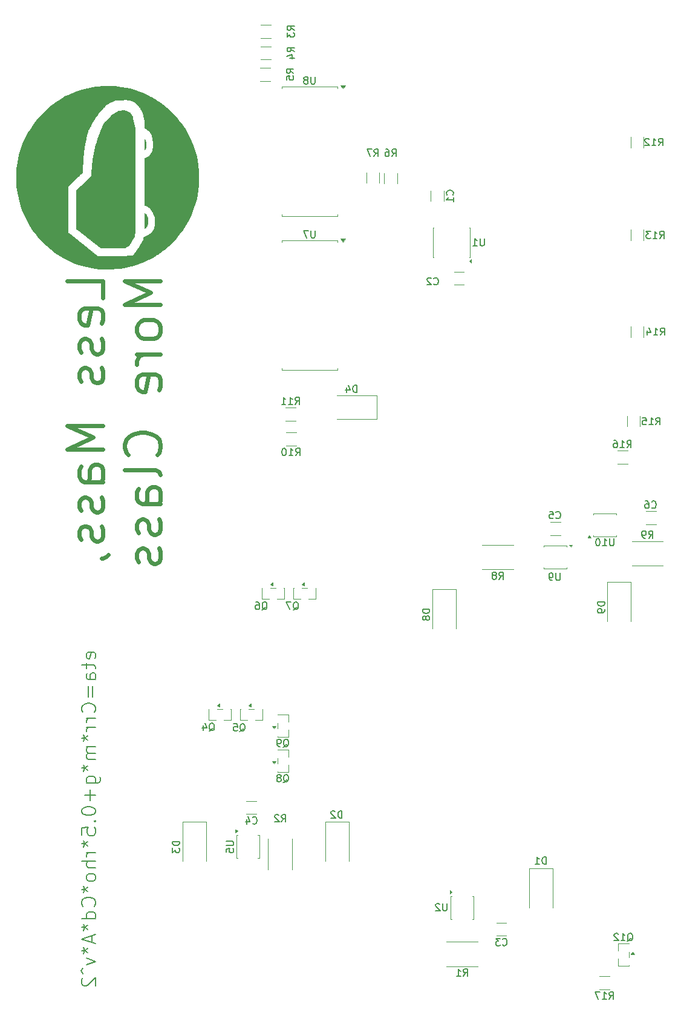
<source format=gbr>
%TF.GenerationSoftware,KiCad,Pcbnew,9.0.6*%
%TF.CreationDate,2025-12-26T14:54:26+01:00*%
%TF.ProjectId,MainBoard,4d61696e-426f-4617-9264-2e6b69636164,rev?*%
%TF.SameCoordinates,Original*%
%TF.FileFunction,Legend,Bot*%
%TF.FilePolarity,Positive*%
%FSLAX46Y46*%
G04 Gerber Fmt 4.6, Leading zero omitted, Abs format (unit mm)*
G04 Created by KiCad (PCBNEW 9.0.6) date 2025-12-26 14:54:26*
%MOMM*%
%LPD*%
G01*
G04 APERTURE LIST*
%ADD10C,0.200000*%
%ADD11C,0.600000*%
%ADD12C,0.150000*%
%ADD13C,0.120000*%
%ADD14C,0.000000*%
G04 APERTURE END LIST*
D10*
X40624600Y-134644673D02*
X40719838Y-134454197D01*
X40719838Y-134454197D02*
X40719838Y-134073244D01*
X40719838Y-134073244D02*
X40624600Y-133882768D01*
X40624600Y-133882768D02*
X40434123Y-133787530D01*
X40434123Y-133787530D02*
X39672219Y-133787530D01*
X39672219Y-133787530D02*
X39481742Y-133882768D01*
X39481742Y-133882768D02*
X39386504Y-134073244D01*
X39386504Y-134073244D02*
X39386504Y-134454197D01*
X39386504Y-134454197D02*
X39481742Y-134644673D01*
X39481742Y-134644673D02*
X39672219Y-134739911D01*
X39672219Y-134739911D02*
X39862695Y-134739911D01*
X39862695Y-134739911D02*
X40053171Y-133787530D01*
X39386504Y-135311340D02*
X39386504Y-136073244D01*
X38719838Y-135597054D02*
X40434123Y-135597054D01*
X40434123Y-135597054D02*
X40624600Y-135692292D01*
X40624600Y-135692292D02*
X40719838Y-135882768D01*
X40719838Y-135882768D02*
X40719838Y-136073244D01*
X40719838Y-137597054D02*
X39672219Y-137597054D01*
X39672219Y-137597054D02*
X39481742Y-137501816D01*
X39481742Y-137501816D02*
X39386504Y-137311340D01*
X39386504Y-137311340D02*
X39386504Y-136930387D01*
X39386504Y-136930387D02*
X39481742Y-136739911D01*
X40624600Y-137597054D02*
X40719838Y-137406578D01*
X40719838Y-137406578D02*
X40719838Y-136930387D01*
X40719838Y-136930387D02*
X40624600Y-136739911D01*
X40624600Y-136739911D02*
X40434123Y-136644673D01*
X40434123Y-136644673D02*
X40243647Y-136644673D01*
X40243647Y-136644673D02*
X40053171Y-136739911D01*
X40053171Y-136739911D02*
X39957933Y-136930387D01*
X39957933Y-136930387D02*
X39957933Y-137406578D01*
X39957933Y-137406578D02*
X39862695Y-137597054D01*
X39672219Y-138549435D02*
X39672219Y-140073245D01*
X40243647Y-140073245D02*
X40243647Y-138549435D01*
X40529361Y-142168482D02*
X40624600Y-142073244D01*
X40624600Y-142073244D02*
X40719838Y-141787530D01*
X40719838Y-141787530D02*
X40719838Y-141597054D01*
X40719838Y-141597054D02*
X40624600Y-141311339D01*
X40624600Y-141311339D02*
X40434123Y-141120863D01*
X40434123Y-141120863D02*
X40243647Y-141025625D01*
X40243647Y-141025625D02*
X39862695Y-140930387D01*
X39862695Y-140930387D02*
X39576980Y-140930387D01*
X39576980Y-140930387D02*
X39196028Y-141025625D01*
X39196028Y-141025625D02*
X39005552Y-141120863D01*
X39005552Y-141120863D02*
X38815076Y-141311339D01*
X38815076Y-141311339D02*
X38719838Y-141597054D01*
X38719838Y-141597054D02*
X38719838Y-141787530D01*
X38719838Y-141787530D02*
X38815076Y-142073244D01*
X38815076Y-142073244D02*
X38910314Y-142168482D01*
X40719838Y-143025625D02*
X39386504Y-143025625D01*
X39767457Y-143025625D02*
X39576980Y-143120863D01*
X39576980Y-143120863D02*
X39481742Y-143216101D01*
X39481742Y-143216101D02*
X39386504Y-143406577D01*
X39386504Y-143406577D02*
X39386504Y-143597054D01*
X40719838Y-144263720D02*
X39386504Y-144263720D01*
X39767457Y-144263720D02*
X39576980Y-144358958D01*
X39576980Y-144358958D02*
X39481742Y-144454196D01*
X39481742Y-144454196D02*
X39386504Y-144644672D01*
X39386504Y-144644672D02*
X39386504Y-144835149D01*
X38719838Y-145787529D02*
X39196028Y-145787529D01*
X39005552Y-145311339D02*
X39196028Y-145787529D01*
X39196028Y-145787529D02*
X39005552Y-146263720D01*
X39576980Y-145501815D02*
X39196028Y-145787529D01*
X39196028Y-145787529D02*
X39576980Y-146073244D01*
X40719838Y-147025625D02*
X39386504Y-147025625D01*
X39576980Y-147025625D02*
X39481742Y-147120863D01*
X39481742Y-147120863D02*
X39386504Y-147311339D01*
X39386504Y-147311339D02*
X39386504Y-147597054D01*
X39386504Y-147597054D02*
X39481742Y-147787530D01*
X39481742Y-147787530D02*
X39672219Y-147882768D01*
X39672219Y-147882768D02*
X40719838Y-147882768D01*
X39672219Y-147882768D02*
X39481742Y-147978006D01*
X39481742Y-147978006D02*
X39386504Y-148168482D01*
X39386504Y-148168482D02*
X39386504Y-148454196D01*
X39386504Y-148454196D02*
X39481742Y-148644673D01*
X39481742Y-148644673D02*
X39672219Y-148739911D01*
X39672219Y-148739911D02*
X40719838Y-148739911D01*
X38719838Y-149978006D02*
X39196028Y-149978006D01*
X39005552Y-149501816D02*
X39196028Y-149978006D01*
X39196028Y-149978006D02*
X39005552Y-150454197D01*
X39576980Y-149692292D02*
X39196028Y-149978006D01*
X39196028Y-149978006D02*
X39576980Y-150263721D01*
X39386504Y-152073245D02*
X41005552Y-152073245D01*
X41005552Y-152073245D02*
X41196028Y-151978007D01*
X41196028Y-151978007D02*
X41291266Y-151882769D01*
X41291266Y-151882769D02*
X41386504Y-151692292D01*
X41386504Y-151692292D02*
X41386504Y-151406578D01*
X41386504Y-151406578D02*
X41291266Y-151216102D01*
X40624600Y-152073245D02*
X40719838Y-151882769D01*
X40719838Y-151882769D02*
X40719838Y-151501816D01*
X40719838Y-151501816D02*
X40624600Y-151311340D01*
X40624600Y-151311340D02*
X40529361Y-151216102D01*
X40529361Y-151216102D02*
X40338885Y-151120864D01*
X40338885Y-151120864D02*
X39767457Y-151120864D01*
X39767457Y-151120864D02*
X39576980Y-151216102D01*
X39576980Y-151216102D02*
X39481742Y-151311340D01*
X39481742Y-151311340D02*
X39386504Y-151501816D01*
X39386504Y-151501816D02*
X39386504Y-151882769D01*
X39386504Y-151882769D02*
X39481742Y-152073245D01*
X39957933Y-153025626D02*
X39957933Y-154549436D01*
X40719838Y-153787531D02*
X39196028Y-153787531D01*
X38719838Y-155882768D02*
X38719838Y-156073245D01*
X38719838Y-156073245D02*
X38815076Y-156263721D01*
X38815076Y-156263721D02*
X38910314Y-156358959D01*
X38910314Y-156358959D02*
X39100790Y-156454197D01*
X39100790Y-156454197D02*
X39481742Y-156549435D01*
X39481742Y-156549435D02*
X39957933Y-156549435D01*
X39957933Y-156549435D02*
X40338885Y-156454197D01*
X40338885Y-156454197D02*
X40529361Y-156358959D01*
X40529361Y-156358959D02*
X40624600Y-156263721D01*
X40624600Y-156263721D02*
X40719838Y-156073245D01*
X40719838Y-156073245D02*
X40719838Y-155882768D01*
X40719838Y-155882768D02*
X40624600Y-155692292D01*
X40624600Y-155692292D02*
X40529361Y-155597054D01*
X40529361Y-155597054D02*
X40338885Y-155501816D01*
X40338885Y-155501816D02*
X39957933Y-155406578D01*
X39957933Y-155406578D02*
X39481742Y-155406578D01*
X39481742Y-155406578D02*
X39100790Y-155501816D01*
X39100790Y-155501816D02*
X38910314Y-155597054D01*
X38910314Y-155597054D02*
X38815076Y-155692292D01*
X38815076Y-155692292D02*
X38719838Y-155882768D01*
X40529361Y-157406578D02*
X40624600Y-157501816D01*
X40624600Y-157501816D02*
X40719838Y-157406578D01*
X40719838Y-157406578D02*
X40624600Y-157311340D01*
X40624600Y-157311340D02*
X40529361Y-157406578D01*
X40529361Y-157406578D02*
X40719838Y-157406578D01*
X38719838Y-159311340D02*
X38719838Y-158358959D01*
X38719838Y-158358959D02*
X39672219Y-158263721D01*
X39672219Y-158263721D02*
X39576980Y-158358959D01*
X39576980Y-158358959D02*
X39481742Y-158549435D01*
X39481742Y-158549435D02*
X39481742Y-159025626D01*
X39481742Y-159025626D02*
X39576980Y-159216102D01*
X39576980Y-159216102D02*
X39672219Y-159311340D01*
X39672219Y-159311340D02*
X39862695Y-159406578D01*
X39862695Y-159406578D02*
X40338885Y-159406578D01*
X40338885Y-159406578D02*
X40529361Y-159311340D01*
X40529361Y-159311340D02*
X40624600Y-159216102D01*
X40624600Y-159216102D02*
X40719838Y-159025626D01*
X40719838Y-159025626D02*
X40719838Y-158549435D01*
X40719838Y-158549435D02*
X40624600Y-158358959D01*
X40624600Y-158358959D02*
X40529361Y-158263721D01*
X38719838Y-160549435D02*
X39196028Y-160549435D01*
X39005552Y-160073245D02*
X39196028Y-160549435D01*
X39196028Y-160549435D02*
X39005552Y-161025626D01*
X39576980Y-160263721D02*
X39196028Y-160549435D01*
X39196028Y-160549435D02*
X39576980Y-160835150D01*
X40719838Y-161787531D02*
X39386504Y-161787531D01*
X39767457Y-161787531D02*
X39576980Y-161882769D01*
X39576980Y-161882769D02*
X39481742Y-161978007D01*
X39481742Y-161978007D02*
X39386504Y-162168483D01*
X39386504Y-162168483D02*
X39386504Y-162358960D01*
X40719838Y-163025626D02*
X38719838Y-163025626D01*
X40719838Y-163882769D02*
X39672219Y-163882769D01*
X39672219Y-163882769D02*
X39481742Y-163787531D01*
X39481742Y-163787531D02*
X39386504Y-163597055D01*
X39386504Y-163597055D02*
X39386504Y-163311340D01*
X39386504Y-163311340D02*
X39481742Y-163120864D01*
X39481742Y-163120864D02*
X39576980Y-163025626D01*
X40719838Y-165120864D02*
X40624600Y-164930388D01*
X40624600Y-164930388D02*
X40529361Y-164835150D01*
X40529361Y-164835150D02*
X40338885Y-164739912D01*
X40338885Y-164739912D02*
X39767457Y-164739912D01*
X39767457Y-164739912D02*
X39576980Y-164835150D01*
X39576980Y-164835150D02*
X39481742Y-164930388D01*
X39481742Y-164930388D02*
X39386504Y-165120864D01*
X39386504Y-165120864D02*
X39386504Y-165406579D01*
X39386504Y-165406579D02*
X39481742Y-165597055D01*
X39481742Y-165597055D02*
X39576980Y-165692293D01*
X39576980Y-165692293D02*
X39767457Y-165787531D01*
X39767457Y-165787531D02*
X40338885Y-165787531D01*
X40338885Y-165787531D02*
X40529361Y-165692293D01*
X40529361Y-165692293D02*
X40624600Y-165597055D01*
X40624600Y-165597055D02*
X40719838Y-165406579D01*
X40719838Y-165406579D02*
X40719838Y-165120864D01*
X38719838Y-166930388D02*
X39196028Y-166930388D01*
X39005552Y-166454198D02*
X39196028Y-166930388D01*
X39196028Y-166930388D02*
X39005552Y-167406579D01*
X39576980Y-166644674D02*
X39196028Y-166930388D01*
X39196028Y-166930388D02*
X39576980Y-167216103D01*
X40529361Y-169311341D02*
X40624600Y-169216103D01*
X40624600Y-169216103D02*
X40719838Y-168930389D01*
X40719838Y-168930389D02*
X40719838Y-168739913D01*
X40719838Y-168739913D02*
X40624600Y-168454198D01*
X40624600Y-168454198D02*
X40434123Y-168263722D01*
X40434123Y-168263722D02*
X40243647Y-168168484D01*
X40243647Y-168168484D02*
X39862695Y-168073246D01*
X39862695Y-168073246D02*
X39576980Y-168073246D01*
X39576980Y-168073246D02*
X39196028Y-168168484D01*
X39196028Y-168168484D02*
X39005552Y-168263722D01*
X39005552Y-168263722D02*
X38815076Y-168454198D01*
X38815076Y-168454198D02*
X38719838Y-168739913D01*
X38719838Y-168739913D02*
X38719838Y-168930389D01*
X38719838Y-168930389D02*
X38815076Y-169216103D01*
X38815076Y-169216103D02*
X38910314Y-169311341D01*
X40719838Y-171025627D02*
X38719838Y-171025627D01*
X40624600Y-171025627D02*
X40719838Y-170835151D01*
X40719838Y-170835151D02*
X40719838Y-170454198D01*
X40719838Y-170454198D02*
X40624600Y-170263722D01*
X40624600Y-170263722D02*
X40529361Y-170168484D01*
X40529361Y-170168484D02*
X40338885Y-170073246D01*
X40338885Y-170073246D02*
X39767457Y-170073246D01*
X39767457Y-170073246D02*
X39576980Y-170168484D01*
X39576980Y-170168484D02*
X39481742Y-170263722D01*
X39481742Y-170263722D02*
X39386504Y-170454198D01*
X39386504Y-170454198D02*
X39386504Y-170835151D01*
X39386504Y-170835151D02*
X39481742Y-171025627D01*
X38719838Y-172263722D02*
X39196028Y-172263722D01*
X39005552Y-171787532D02*
X39196028Y-172263722D01*
X39196028Y-172263722D02*
X39005552Y-172739913D01*
X39576980Y-171978008D02*
X39196028Y-172263722D01*
X39196028Y-172263722D02*
X39576980Y-172549437D01*
X40148409Y-173406580D02*
X40148409Y-174358961D01*
X40719838Y-173216104D02*
X38719838Y-173882770D01*
X38719838Y-173882770D02*
X40719838Y-174549437D01*
X38719838Y-175501818D02*
X39196028Y-175501818D01*
X39005552Y-175025628D02*
X39196028Y-175501818D01*
X39196028Y-175501818D02*
X39005552Y-175978009D01*
X39576980Y-175216104D02*
X39196028Y-175501818D01*
X39196028Y-175501818D02*
X39576980Y-175787533D01*
X39386504Y-176549438D02*
X40719838Y-177025628D01*
X40719838Y-177025628D02*
X39386504Y-177501819D01*
X38910314Y-177978010D02*
X38624600Y-178358962D01*
X38624600Y-178358962D02*
X38910314Y-178739914D01*
X38910314Y-179311343D02*
X38815076Y-179406581D01*
X38815076Y-179406581D02*
X38719838Y-179597057D01*
X38719838Y-179597057D02*
X38719838Y-180073248D01*
X38719838Y-180073248D02*
X38815076Y-180263724D01*
X38815076Y-180263724D02*
X38910314Y-180358962D01*
X38910314Y-180358962D02*
X39100790Y-180454200D01*
X39100790Y-180454200D02*
X39291266Y-180454200D01*
X39291266Y-180454200D02*
X39576980Y-180358962D01*
X39576980Y-180358962D02*
X40719838Y-179216105D01*
X40719838Y-179216105D02*
X40719838Y-180454200D01*
D11*
X41732175Y-84241164D02*
X41732175Y-81860212D01*
X41732175Y-81860212D02*
X36732175Y-81860212D01*
X41494080Y-87812593D02*
X41732175Y-87336402D01*
X41732175Y-87336402D02*
X41732175Y-86384021D01*
X41732175Y-86384021D02*
X41494080Y-85907831D01*
X41494080Y-85907831D02*
X41017889Y-85669735D01*
X41017889Y-85669735D02*
X39113127Y-85669735D01*
X39113127Y-85669735D02*
X38636937Y-85907831D01*
X38636937Y-85907831D02*
X38398841Y-86384021D01*
X38398841Y-86384021D02*
X38398841Y-87336402D01*
X38398841Y-87336402D02*
X38636937Y-87812593D01*
X38636937Y-87812593D02*
X39113127Y-88050688D01*
X39113127Y-88050688D02*
X39589318Y-88050688D01*
X39589318Y-88050688D02*
X40065508Y-85669735D01*
X41494080Y-89955449D02*
X41732175Y-90431640D01*
X41732175Y-90431640D02*
X41732175Y-91384021D01*
X41732175Y-91384021D02*
X41494080Y-91860211D01*
X41494080Y-91860211D02*
X41017889Y-92098307D01*
X41017889Y-92098307D02*
X40779794Y-92098307D01*
X40779794Y-92098307D02*
X40303603Y-91860211D01*
X40303603Y-91860211D02*
X40065508Y-91384021D01*
X40065508Y-91384021D02*
X40065508Y-90669735D01*
X40065508Y-90669735D02*
X39827413Y-90193545D01*
X39827413Y-90193545D02*
X39351222Y-89955449D01*
X39351222Y-89955449D02*
X39113127Y-89955449D01*
X39113127Y-89955449D02*
X38636937Y-90193545D01*
X38636937Y-90193545D02*
X38398841Y-90669735D01*
X38398841Y-90669735D02*
X38398841Y-91384021D01*
X38398841Y-91384021D02*
X38636937Y-91860211D01*
X41494080Y-94003068D02*
X41732175Y-94479259D01*
X41732175Y-94479259D02*
X41732175Y-95431640D01*
X41732175Y-95431640D02*
X41494080Y-95907830D01*
X41494080Y-95907830D02*
X41017889Y-96145926D01*
X41017889Y-96145926D02*
X40779794Y-96145926D01*
X40779794Y-96145926D02*
X40303603Y-95907830D01*
X40303603Y-95907830D02*
X40065508Y-95431640D01*
X40065508Y-95431640D02*
X40065508Y-94717354D01*
X40065508Y-94717354D02*
X39827413Y-94241164D01*
X39827413Y-94241164D02*
X39351222Y-94003068D01*
X39351222Y-94003068D02*
X39113127Y-94003068D01*
X39113127Y-94003068D02*
X38636937Y-94241164D01*
X38636937Y-94241164D02*
X38398841Y-94717354D01*
X38398841Y-94717354D02*
X38398841Y-95431640D01*
X38398841Y-95431640D02*
X38636937Y-95907830D01*
X41732175Y-102098307D02*
X36732175Y-102098307D01*
X36732175Y-102098307D02*
X40303603Y-103764973D01*
X40303603Y-103764973D02*
X36732175Y-105431640D01*
X36732175Y-105431640D02*
X41732175Y-105431640D01*
X41732175Y-109955450D02*
X39113127Y-109955450D01*
X39113127Y-109955450D02*
X38636937Y-109717355D01*
X38636937Y-109717355D02*
X38398841Y-109241164D01*
X38398841Y-109241164D02*
X38398841Y-108288783D01*
X38398841Y-108288783D02*
X38636937Y-107812593D01*
X41494080Y-109955450D02*
X41732175Y-109479259D01*
X41732175Y-109479259D02*
X41732175Y-108288783D01*
X41732175Y-108288783D02*
X41494080Y-107812593D01*
X41494080Y-107812593D02*
X41017889Y-107574497D01*
X41017889Y-107574497D02*
X40541699Y-107574497D01*
X40541699Y-107574497D02*
X40065508Y-107812593D01*
X40065508Y-107812593D02*
X39827413Y-108288783D01*
X39827413Y-108288783D02*
X39827413Y-109479259D01*
X39827413Y-109479259D02*
X39589318Y-109955450D01*
X41494080Y-112098307D02*
X41732175Y-112574498D01*
X41732175Y-112574498D02*
X41732175Y-113526879D01*
X41732175Y-113526879D02*
X41494080Y-114003069D01*
X41494080Y-114003069D02*
X41017889Y-114241165D01*
X41017889Y-114241165D02*
X40779794Y-114241165D01*
X40779794Y-114241165D02*
X40303603Y-114003069D01*
X40303603Y-114003069D02*
X40065508Y-113526879D01*
X40065508Y-113526879D02*
X40065508Y-112812593D01*
X40065508Y-112812593D02*
X39827413Y-112336403D01*
X39827413Y-112336403D02*
X39351222Y-112098307D01*
X39351222Y-112098307D02*
X39113127Y-112098307D01*
X39113127Y-112098307D02*
X38636937Y-112336403D01*
X38636937Y-112336403D02*
X38398841Y-112812593D01*
X38398841Y-112812593D02*
X38398841Y-113526879D01*
X38398841Y-113526879D02*
X38636937Y-114003069D01*
X41494080Y-116145926D02*
X41732175Y-116622117D01*
X41732175Y-116622117D02*
X41732175Y-117574498D01*
X41732175Y-117574498D02*
X41494080Y-118050688D01*
X41494080Y-118050688D02*
X41017889Y-118288784D01*
X41017889Y-118288784D02*
X40779794Y-118288784D01*
X40779794Y-118288784D02*
X40303603Y-118050688D01*
X40303603Y-118050688D02*
X40065508Y-117574498D01*
X40065508Y-117574498D02*
X40065508Y-116860212D01*
X40065508Y-116860212D02*
X39827413Y-116384022D01*
X39827413Y-116384022D02*
X39351222Y-116145926D01*
X39351222Y-116145926D02*
X39113127Y-116145926D01*
X39113127Y-116145926D02*
X38636937Y-116384022D01*
X38636937Y-116384022D02*
X38398841Y-116860212D01*
X38398841Y-116860212D02*
X38398841Y-117574498D01*
X38398841Y-117574498D02*
X38636937Y-118050688D01*
X41494080Y-120669736D02*
X41732175Y-120669736D01*
X41732175Y-120669736D02*
X42208365Y-120431641D01*
X42208365Y-120431641D02*
X42446460Y-120193545D01*
X49781895Y-81860212D02*
X44781895Y-81860212D01*
X44781895Y-81860212D02*
X48353323Y-83526878D01*
X48353323Y-83526878D02*
X44781895Y-85193545D01*
X44781895Y-85193545D02*
X49781895Y-85193545D01*
X49781895Y-88288783D02*
X49543800Y-87812593D01*
X49543800Y-87812593D02*
X49305704Y-87574498D01*
X49305704Y-87574498D02*
X48829514Y-87336402D01*
X48829514Y-87336402D02*
X47400942Y-87336402D01*
X47400942Y-87336402D02*
X46924752Y-87574498D01*
X46924752Y-87574498D02*
X46686657Y-87812593D01*
X46686657Y-87812593D02*
X46448561Y-88288783D01*
X46448561Y-88288783D02*
X46448561Y-89003069D01*
X46448561Y-89003069D02*
X46686657Y-89479260D01*
X46686657Y-89479260D02*
X46924752Y-89717355D01*
X46924752Y-89717355D02*
X47400942Y-89955450D01*
X47400942Y-89955450D02*
X48829514Y-89955450D01*
X48829514Y-89955450D02*
X49305704Y-89717355D01*
X49305704Y-89717355D02*
X49543800Y-89479260D01*
X49543800Y-89479260D02*
X49781895Y-89003069D01*
X49781895Y-89003069D02*
X49781895Y-88288783D01*
X49781895Y-92098308D02*
X46448561Y-92098308D01*
X47400942Y-92098308D02*
X46924752Y-92336403D01*
X46924752Y-92336403D02*
X46686657Y-92574498D01*
X46686657Y-92574498D02*
X46448561Y-93050689D01*
X46448561Y-93050689D02*
X46448561Y-93526879D01*
X49543800Y-97098308D02*
X49781895Y-96622117D01*
X49781895Y-96622117D02*
X49781895Y-95669736D01*
X49781895Y-95669736D02*
X49543800Y-95193546D01*
X49543800Y-95193546D02*
X49067609Y-94955450D01*
X49067609Y-94955450D02*
X47162847Y-94955450D01*
X47162847Y-94955450D02*
X46686657Y-95193546D01*
X46686657Y-95193546D02*
X46448561Y-95669736D01*
X46448561Y-95669736D02*
X46448561Y-96622117D01*
X46448561Y-96622117D02*
X46686657Y-97098308D01*
X46686657Y-97098308D02*
X47162847Y-97336403D01*
X47162847Y-97336403D02*
X47639038Y-97336403D01*
X47639038Y-97336403D02*
X48115228Y-94955450D01*
X49305704Y-106145927D02*
X49543800Y-105907831D01*
X49543800Y-105907831D02*
X49781895Y-105193546D01*
X49781895Y-105193546D02*
X49781895Y-104717355D01*
X49781895Y-104717355D02*
X49543800Y-104003069D01*
X49543800Y-104003069D02*
X49067609Y-103526879D01*
X49067609Y-103526879D02*
X48591419Y-103288784D01*
X48591419Y-103288784D02*
X47639038Y-103050688D01*
X47639038Y-103050688D02*
X46924752Y-103050688D01*
X46924752Y-103050688D02*
X45972371Y-103288784D01*
X45972371Y-103288784D02*
X45496180Y-103526879D01*
X45496180Y-103526879D02*
X45019990Y-104003069D01*
X45019990Y-104003069D02*
X44781895Y-104717355D01*
X44781895Y-104717355D02*
X44781895Y-105193546D01*
X44781895Y-105193546D02*
X45019990Y-105907831D01*
X45019990Y-105907831D02*
X45258085Y-106145927D01*
X49781895Y-109003069D02*
X49543800Y-108526879D01*
X49543800Y-108526879D02*
X49067609Y-108288784D01*
X49067609Y-108288784D02*
X44781895Y-108288784D01*
X49781895Y-113050689D02*
X47162847Y-113050689D01*
X47162847Y-113050689D02*
X46686657Y-112812594D01*
X46686657Y-112812594D02*
X46448561Y-112336403D01*
X46448561Y-112336403D02*
X46448561Y-111384022D01*
X46448561Y-111384022D02*
X46686657Y-110907832D01*
X49543800Y-113050689D02*
X49781895Y-112574498D01*
X49781895Y-112574498D02*
X49781895Y-111384022D01*
X49781895Y-111384022D02*
X49543800Y-110907832D01*
X49543800Y-110907832D02*
X49067609Y-110669736D01*
X49067609Y-110669736D02*
X48591419Y-110669736D01*
X48591419Y-110669736D02*
X48115228Y-110907832D01*
X48115228Y-110907832D02*
X47877133Y-111384022D01*
X47877133Y-111384022D02*
X47877133Y-112574498D01*
X47877133Y-112574498D02*
X47639038Y-113050689D01*
X49543800Y-115193546D02*
X49781895Y-115669737D01*
X49781895Y-115669737D02*
X49781895Y-116622118D01*
X49781895Y-116622118D02*
X49543800Y-117098308D01*
X49543800Y-117098308D02*
X49067609Y-117336404D01*
X49067609Y-117336404D02*
X48829514Y-117336404D01*
X48829514Y-117336404D02*
X48353323Y-117098308D01*
X48353323Y-117098308D02*
X48115228Y-116622118D01*
X48115228Y-116622118D02*
X48115228Y-115907832D01*
X48115228Y-115907832D02*
X47877133Y-115431642D01*
X47877133Y-115431642D02*
X47400942Y-115193546D01*
X47400942Y-115193546D02*
X47162847Y-115193546D01*
X47162847Y-115193546D02*
X46686657Y-115431642D01*
X46686657Y-115431642D02*
X46448561Y-115907832D01*
X46448561Y-115907832D02*
X46448561Y-116622118D01*
X46448561Y-116622118D02*
X46686657Y-117098308D01*
X49543800Y-119241165D02*
X49781895Y-119717356D01*
X49781895Y-119717356D02*
X49781895Y-120669737D01*
X49781895Y-120669737D02*
X49543800Y-121145927D01*
X49543800Y-121145927D02*
X49067609Y-121384023D01*
X49067609Y-121384023D02*
X48829514Y-121384023D01*
X48829514Y-121384023D02*
X48353323Y-121145927D01*
X48353323Y-121145927D02*
X48115228Y-120669737D01*
X48115228Y-120669737D02*
X48115228Y-119955451D01*
X48115228Y-119955451D02*
X47877133Y-119479261D01*
X47877133Y-119479261D02*
X47400942Y-119241165D01*
X47400942Y-119241165D02*
X47162847Y-119241165D01*
X47162847Y-119241165D02*
X46686657Y-119479261D01*
X46686657Y-119479261D02*
X46448561Y-119955451D01*
X46448561Y-119955451D02*
X46448561Y-120669737D01*
X46448561Y-120669737D02*
X46686657Y-121145927D01*
D12*
X115133928Y-174200057D02*
X115229166Y-174152438D01*
X115229166Y-174152438D02*
X115324404Y-174057200D01*
X115324404Y-174057200D02*
X115467261Y-173914342D01*
X115467261Y-173914342D02*
X115562499Y-173866723D01*
X115562499Y-173866723D02*
X115657737Y-173866723D01*
X115610118Y-174104819D02*
X115705356Y-174057200D01*
X115705356Y-174057200D02*
X115800594Y-173961961D01*
X115800594Y-173961961D02*
X115848213Y-173771485D01*
X115848213Y-173771485D02*
X115848213Y-173438152D01*
X115848213Y-173438152D02*
X115800594Y-173247676D01*
X115800594Y-173247676D02*
X115705356Y-173152438D01*
X115705356Y-173152438D02*
X115610118Y-173104819D01*
X115610118Y-173104819D02*
X115419642Y-173104819D01*
X115419642Y-173104819D02*
X115324404Y-173152438D01*
X115324404Y-173152438D02*
X115229166Y-173247676D01*
X115229166Y-173247676D02*
X115181547Y-173438152D01*
X115181547Y-173438152D02*
X115181547Y-173771485D01*
X115181547Y-173771485D02*
X115229166Y-173961961D01*
X115229166Y-173961961D02*
X115324404Y-174057200D01*
X115324404Y-174057200D02*
X115419642Y-174104819D01*
X115419642Y-174104819D02*
X115610118Y-174104819D01*
X114229166Y-174104819D02*
X114800594Y-174104819D01*
X114514880Y-174104819D02*
X114514880Y-173104819D01*
X114514880Y-173104819D02*
X114610118Y-173247676D01*
X114610118Y-173247676D02*
X114705356Y-173342914D01*
X114705356Y-173342914D02*
X114800594Y-173390533D01*
X113848213Y-173200057D02*
X113800594Y-173152438D01*
X113800594Y-173152438D02*
X113705356Y-173104819D01*
X113705356Y-173104819D02*
X113467261Y-173104819D01*
X113467261Y-173104819D02*
X113372023Y-173152438D01*
X113372023Y-173152438D02*
X113324404Y-173200057D01*
X113324404Y-173200057D02*
X113276785Y-173295295D01*
X113276785Y-173295295D02*
X113276785Y-173390533D01*
X113276785Y-173390533D02*
X113324404Y-173533390D01*
X113324404Y-173533390D02*
X113895832Y-174104819D01*
X113895832Y-174104819D02*
X113276785Y-174104819D01*
X60870238Y-144875057D02*
X60965476Y-144827438D01*
X60965476Y-144827438D02*
X61060714Y-144732200D01*
X61060714Y-144732200D02*
X61203571Y-144589342D01*
X61203571Y-144589342D02*
X61298809Y-144541723D01*
X61298809Y-144541723D02*
X61394047Y-144541723D01*
X61346428Y-144779819D02*
X61441666Y-144732200D01*
X61441666Y-144732200D02*
X61536904Y-144636961D01*
X61536904Y-144636961D02*
X61584523Y-144446485D01*
X61584523Y-144446485D02*
X61584523Y-144113152D01*
X61584523Y-144113152D02*
X61536904Y-143922676D01*
X61536904Y-143922676D02*
X61441666Y-143827438D01*
X61441666Y-143827438D02*
X61346428Y-143779819D01*
X61346428Y-143779819D02*
X61155952Y-143779819D01*
X61155952Y-143779819D02*
X61060714Y-143827438D01*
X61060714Y-143827438D02*
X60965476Y-143922676D01*
X60965476Y-143922676D02*
X60917857Y-144113152D01*
X60917857Y-144113152D02*
X60917857Y-144446485D01*
X60917857Y-144446485D02*
X60965476Y-144636961D01*
X60965476Y-144636961D02*
X61060714Y-144732200D01*
X61060714Y-144732200D02*
X61155952Y-144779819D01*
X61155952Y-144779819D02*
X61346428Y-144779819D01*
X60013095Y-143779819D02*
X60489285Y-143779819D01*
X60489285Y-143779819D02*
X60536904Y-144256009D01*
X60536904Y-144256009D02*
X60489285Y-144208390D01*
X60489285Y-144208390D02*
X60394047Y-144160771D01*
X60394047Y-144160771D02*
X60155952Y-144160771D01*
X60155952Y-144160771D02*
X60060714Y-144208390D01*
X60060714Y-144208390D02*
X60013095Y-144256009D01*
X60013095Y-144256009D02*
X59965476Y-144351247D01*
X59965476Y-144351247D02*
X59965476Y-144589342D01*
X59965476Y-144589342D02*
X60013095Y-144684580D01*
X60013095Y-144684580D02*
X60060714Y-144732200D01*
X60060714Y-144732200D02*
X60155952Y-144779819D01*
X60155952Y-144779819D02*
X60394047Y-144779819D01*
X60394047Y-144779819D02*
X60489285Y-144732200D01*
X60489285Y-144732200D02*
X60536904Y-144684580D01*
X82166666Y-64454819D02*
X82499999Y-63978628D01*
X82738094Y-64454819D02*
X82738094Y-63454819D01*
X82738094Y-63454819D02*
X82357142Y-63454819D01*
X82357142Y-63454819D02*
X82261904Y-63502438D01*
X82261904Y-63502438D02*
X82214285Y-63550057D01*
X82214285Y-63550057D02*
X82166666Y-63645295D01*
X82166666Y-63645295D02*
X82166666Y-63788152D01*
X82166666Y-63788152D02*
X82214285Y-63883390D01*
X82214285Y-63883390D02*
X82261904Y-63931009D01*
X82261904Y-63931009D02*
X82357142Y-63978628D01*
X82357142Y-63978628D02*
X82738094Y-63978628D01*
X81309523Y-63454819D02*
X81499999Y-63454819D01*
X81499999Y-63454819D02*
X81595237Y-63502438D01*
X81595237Y-63502438D02*
X81642856Y-63550057D01*
X81642856Y-63550057D02*
X81738094Y-63692914D01*
X81738094Y-63692914D02*
X81785713Y-63883390D01*
X81785713Y-63883390D02*
X81785713Y-64264342D01*
X81785713Y-64264342D02*
X81738094Y-64359580D01*
X81738094Y-64359580D02*
X81690475Y-64407200D01*
X81690475Y-64407200D02*
X81595237Y-64454819D01*
X81595237Y-64454819D02*
X81404761Y-64454819D01*
X81404761Y-64454819D02*
X81309523Y-64407200D01*
X81309523Y-64407200D02*
X81261904Y-64359580D01*
X81261904Y-64359580D02*
X81214285Y-64264342D01*
X81214285Y-64264342D02*
X81214285Y-64026247D01*
X81214285Y-64026247D02*
X81261904Y-63931009D01*
X81261904Y-63931009D02*
X81309523Y-63883390D01*
X81309523Y-63883390D02*
X81404761Y-63835771D01*
X81404761Y-63835771D02*
X81595237Y-63835771D01*
X81595237Y-63835771D02*
X81690475Y-63883390D01*
X81690475Y-63883390D02*
X81738094Y-63931009D01*
X81738094Y-63931009D02*
X81785713Y-64026247D01*
X115067857Y-105179819D02*
X115401190Y-104703628D01*
X115639285Y-105179819D02*
X115639285Y-104179819D01*
X115639285Y-104179819D02*
X115258333Y-104179819D01*
X115258333Y-104179819D02*
X115163095Y-104227438D01*
X115163095Y-104227438D02*
X115115476Y-104275057D01*
X115115476Y-104275057D02*
X115067857Y-104370295D01*
X115067857Y-104370295D02*
X115067857Y-104513152D01*
X115067857Y-104513152D02*
X115115476Y-104608390D01*
X115115476Y-104608390D02*
X115163095Y-104656009D01*
X115163095Y-104656009D02*
X115258333Y-104703628D01*
X115258333Y-104703628D02*
X115639285Y-104703628D01*
X114115476Y-105179819D02*
X114686904Y-105179819D01*
X114401190Y-105179819D02*
X114401190Y-104179819D01*
X114401190Y-104179819D02*
X114496428Y-104322676D01*
X114496428Y-104322676D02*
X114591666Y-104417914D01*
X114591666Y-104417914D02*
X114686904Y-104465533D01*
X113258333Y-104179819D02*
X113448809Y-104179819D01*
X113448809Y-104179819D02*
X113544047Y-104227438D01*
X113544047Y-104227438D02*
X113591666Y-104275057D01*
X113591666Y-104275057D02*
X113686904Y-104417914D01*
X113686904Y-104417914D02*
X113734523Y-104608390D01*
X113734523Y-104608390D02*
X113734523Y-104989342D01*
X113734523Y-104989342D02*
X113686904Y-105084580D01*
X113686904Y-105084580D02*
X113639285Y-105132200D01*
X113639285Y-105132200D02*
X113544047Y-105179819D01*
X113544047Y-105179819D02*
X113353571Y-105179819D01*
X113353571Y-105179819D02*
X113258333Y-105132200D01*
X113258333Y-105132200D02*
X113210714Y-105084580D01*
X113210714Y-105084580D02*
X113163095Y-104989342D01*
X113163095Y-104989342D02*
X113163095Y-104751247D01*
X113163095Y-104751247D02*
X113210714Y-104656009D01*
X113210714Y-104656009D02*
X113258333Y-104608390D01*
X113258333Y-104608390D02*
X113353571Y-104560771D01*
X113353571Y-104560771D02*
X113544047Y-104560771D01*
X113544047Y-104560771D02*
X113639285Y-104608390D01*
X113639285Y-104608390D02*
X113686904Y-104656009D01*
X113686904Y-104656009D02*
X113734523Y-104751247D01*
X119492857Y-62954819D02*
X119826190Y-62478628D01*
X120064285Y-62954819D02*
X120064285Y-61954819D01*
X120064285Y-61954819D02*
X119683333Y-61954819D01*
X119683333Y-61954819D02*
X119588095Y-62002438D01*
X119588095Y-62002438D02*
X119540476Y-62050057D01*
X119540476Y-62050057D02*
X119492857Y-62145295D01*
X119492857Y-62145295D02*
X119492857Y-62288152D01*
X119492857Y-62288152D02*
X119540476Y-62383390D01*
X119540476Y-62383390D02*
X119588095Y-62431009D01*
X119588095Y-62431009D02*
X119683333Y-62478628D01*
X119683333Y-62478628D02*
X120064285Y-62478628D01*
X118540476Y-62954819D02*
X119111904Y-62954819D01*
X118826190Y-62954819D02*
X118826190Y-61954819D01*
X118826190Y-61954819D02*
X118921428Y-62097676D01*
X118921428Y-62097676D02*
X119016666Y-62192914D01*
X119016666Y-62192914D02*
X119111904Y-62240533D01*
X118159523Y-62050057D02*
X118111904Y-62002438D01*
X118111904Y-62002438D02*
X118016666Y-61954819D01*
X118016666Y-61954819D02*
X117778571Y-61954819D01*
X117778571Y-61954819D02*
X117683333Y-62002438D01*
X117683333Y-62002438D02*
X117635714Y-62050057D01*
X117635714Y-62050057D02*
X117588095Y-62145295D01*
X117588095Y-62145295D02*
X117588095Y-62240533D01*
X117588095Y-62240533D02*
X117635714Y-62383390D01*
X117635714Y-62383390D02*
X118207142Y-62954819D01*
X118207142Y-62954819D02*
X117588095Y-62954819D01*
X112592857Y-182284819D02*
X112926190Y-181808628D01*
X113164285Y-182284819D02*
X113164285Y-181284819D01*
X113164285Y-181284819D02*
X112783333Y-181284819D01*
X112783333Y-181284819D02*
X112688095Y-181332438D01*
X112688095Y-181332438D02*
X112640476Y-181380057D01*
X112640476Y-181380057D02*
X112592857Y-181475295D01*
X112592857Y-181475295D02*
X112592857Y-181618152D01*
X112592857Y-181618152D02*
X112640476Y-181713390D01*
X112640476Y-181713390D02*
X112688095Y-181761009D01*
X112688095Y-181761009D02*
X112783333Y-181808628D01*
X112783333Y-181808628D02*
X113164285Y-181808628D01*
X111640476Y-182284819D02*
X112211904Y-182284819D01*
X111926190Y-182284819D02*
X111926190Y-181284819D01*
X111926190Y-181284819D02*
X112021428Y-181427676D01*
X112021428Y-181427676D02*
X112116666Y-181522914D01*
X112116666Y-181522914D02*
X112211904Y-181570533D01*
X111307142Y-181284819D02*
X110640476Y-181284819D01*
X110640476Y-181284819D02*
X111069047Y-182284819D01*
X75163094Y-156979819D02*
X75163094Y-155979819D01*
X75163094Y-155979819D02*
X74924999Y-155979819D01*
X74924999Y-155979819D02*
X74782142Y-156027438D01*
X74782142Y-156027438D02*
X74686904Y-156122676D01*
X74686904Y-156122676D02*
X74639285Y-156217914D01*
X74639285Y-156217914D02*
X74591666Y-156408390D01*
X74591666Y-156408390D02*
X74591666Y-156551247D01*
X74591666Y-156551247D02*
X74639285Y-156741723D01*
X74639285Y-156741723D02*
X74686904Y-156836961D01*
X74686904Y-156836961D02*
X74782142Y-156932200D01*
X74782142Y-156932200D02*
X74924999Y-156979819D01*
X74924999Y-156979819D02*
X75163094Y-156979819D01*
X74210713Y-156075057D02*
X74163094Y-156027438D01*
X74163094Y-156027438D02*
X74067856Y-155979819D01*
X74067856Y-155979819D02*
X73829761Y-155979819D01*
X73829761Y-155979819D02*
X73734523Y-156027438D01*
X73734523Y-156027438D02*
X73686904Y-156075057D01*
X73686904Y-156075057D02*
X73639285Y-156170295D01*
X73639285Y-156170295D02*
X73639285Y-156265533D01*
X73639285Y-156265533D02*
X73686904Y-156408390D01*
X73686904Y-156408390D02*
X74258332Y-156979819D01*
X74258332Y-156979819D02*
X73639285Y-156979819D01*
X52454819Y-160261905D02*
X51454819Y-160261905D01*
X51454819Y-160261905D02*
X51454819Y-160500000D01*
X51454819Y-160500000D02*
X51502438Y-160642857D01*
X51502438Y-160642857D02*
X51597676Y-160738095D01*
X51597676Y-160738095D02*
X51692914Y-160785714D01*
X51692914Y-160785714D02*
X51883390Y-160833333D01*
X51883390Y-160833333D02*
X52026247Y-160833333D01*
X52026247Y-160833333D02*
X52216723Y-160785714D01*
X52216723Y-160785714D02*
X52311961Y-160738095D01*
X52311961Y-160738095D02*
X52407200Y-160642857D01*
X52407200Y-160642857D02*
X52454819Y-160500000D01*
X52454819Y-160500000D02*
X52454819Y-160261905D01*
X51454819Y-161166667D02*
X51454819Y-161785714D01*
X51454819Y-161785714D02*
X51835771Y-161452381D01*
X51835771Y-161452381D02*
X51835771Y-161595238D01*
X51835771Y-161595238D02*
X51883390Y-161690476D01*
X51883390Y-161690476D02*
X51931009Y-161738095D01*
X51931009Y-161738095D02*
X52026247Y-161785714D01*
X52026247Y-161785714D02*
X52264342Y-161785714D01*
X52264342Y-161785714D02*
X52359580Y-161738095D01*
X52359580Y-161738095D02*
X52407200Y-161690476D01*
X52407200Y-161690476D02*
X52454819Y-161595238D01*
X52454819Y-161595238D02*
X52454819Y-161309524D01*
X52454819Y-161309524D02*
X52407200Y-161214286D01*
X52407200Y-161214286D02*
X52359580Y-161166667D01*
X87454819Y-127761905D02*
X86454819Y-127761905D01*
X86454819Y-127761905D02*
X86454819Y-128000000D01*
X86454819Y-128000000D02*
X86502438Y-128142857D01*
X86502438Y-128142857D02*
X86597676Y-128238095D01*
X86597676Y-128238095D02*
X86692914Y-128285714D01*
X86692914Y-128285714D02*
X86883390Y-128333333D01*
X86883390Y-128333333D02*
X87026247Y-128333333D01*
X87026247Y-128333333D02*
X87216723Y-128285714D01*
X87216723Y-128285714D02*
X87311961Y-128238095D01*
X87311961Y-128238095D02*
X87407200Y-128142857D01*
X87407200Y-128142857D02*
X87454819Y-128000000D01*
X87454819Y-128000000D02*
X87454819Y-127761905D01*
X86883390Y-128904762D02*
X86835771Y-128809524D01*
X86835771Y-128809524D02*
X86788152Y-128761905D01*
X86788152Y-128761905D02*
X86692914Y-128714286D01*
X86692914Y-128714286D02*
X86645295Y-128714286D01*
X86645295Y-128714286D02*
X86550057Y-128761905D01*
X86550057Y-128761905D02*
X86502438Y-128809524D01*
X86502438Y-128809524D02*
X86454819Y-128904762D01*
X86454819Y-128904762D02*
X86454819Y-129095238D01*
X86454819Y-129095238D02*
X86502438Y-129190476D01*
X86502438Y-129190476D02*
X86550057Y-129238095D01*
X86550057Y-129238095D02*
X86645295Y-129285714D01*
X86645295Y-129285714D02*
X86692914Y-129285714D01*
X86692914Y-129285714D02*
X86788152Y-129238095D01*
X86788152Y-129238095D02*
X86835771Y-129190476D01*
X86835771Y-129190476D02*
X86883390Y-129095238D01*
X86883390Y-129095238D02*
X86883390Y-128904762D01*
X86883390Y-128904762D02*
X86931009Y-128809524D01*
X86931009Y-128809524D02*
X86978628Y-128761905D01*
X86978628Y-128761905D02*
X87073866Y-128714286D01*
X87073866Y-128714286D02*
X87264342Y-128714286D01*
X87264342Y-128714286D02*
X87359580Y-128761905D01*
X87359580Y-128761905D02*
X87407200Y-128809524D01*
X87407200Y-128809524D02*
X87454819Y-128904762D01*
X87454819Y-128904762D02*
X87454819Y-129095238D01*
X87454819Y-129095238D02*
X87407200Y-129190476D01*
X87407200Y-129190476D02*
X87359580Y-129238095D01*
X87359580Y-129238095D02*
X87264342Y-129285714D01*
X87264342Y-129285714D02*
X87073866Y-129285714D01*
X87073866Y-129285714D02*
X86978628Y-129238095D01*
X86978628Y-129238095D02*
X86931009Y-129190476D01*
X86931009Y-129190476D02*
X86883390Y-129095238D01*
X103738094Y-163404819D02*
X103738094Y-162404819D01*
X103738094Y-162404819D02*
X103499999Y-162404819D01*
X103499999Y-162404819D02*
X103357142Y-162452438D01*
X103357142Y-162452438D02*
X103261904Y-162547676D01*
X103261904Y-162547676D02*
X103214285Y-162642914D01*
X103214285Y-162642914D02*
X103166666Y-162833390D01*
X103166666Y-162833390D02*
X103166666Y-162976247D01*
X103166666Y-162976247D02*
X103214285Y-163166723D01*
X103214285Y-163166723D02*
X103261904Y-163261961D01*
X103261904Y-163261961D02*
X103357142Y-163357200D01*
X103357142Y-163357200D02*
X103499999Y-163404819D01*
X103499999Y-163404819D02*
X103738094Y-163404819D01*
X102214285Y-163404819D02*
X102785713Y-163404819D01*
X102499999Y-163404819D02*
X102499999Y-162404819D01*
X102499999Y-162404819D02*
X102595237Y-162547676D01*
X102595237Y-162547676D02*
X102690475Y-162642914D01*
X102690475Y-162642914D02*
X102785713Y-162690533D01*
X118116666Y-117824819D02*
X118449999Y-117348628D01*
X118688094Y-117824819D02*
X118688094Y-116824819D01*
X118688094Y-116824819D02*
X118307142Y-116824819D01*
X118307142Y-116824819D02*
X118211904Y-116872438D01*
X118211904Y-116872438D02*
X118164285Y-116920057D01*
X118164285Y-116920057D02*
X118116666Y-117015295D01*
X118116666Y-117015295D02*
X118116666Y-117158152D01*
X118116666Y-117158152D02*
X118164285Y-117253390D01*
X118164285Y-117253390D02*
X118211904Y-117301009D01*
X118211904Y-117301009D02*
X118307142Y-117348628D01*
X118307142Y-117348628D02*
X118688094Y-117348628D01*
X117640475Y-117824819D02*
X117449999Y-117824819D01*
X117449999Y-117824819D02*
X117354761Y-117777200D01*
X117354761Y-117777200D02*
X117307142Y-117729580D01*
X117307142Y-117729580D02*
X117211904Y-117586723D01*
X117211904Y-117586723D02*
X117164285Y-117396247D01*
X117164285Y-117396247D02*
X117164285Y-117015295D01*
X117164285Y-117015295D02*
X117211904Y-116920057D01*
X117211904Y-116920057D02*
X117259523Y-116872438D01*
X117259523Y-116872438D02*
X117354761Y-116824819D01*
X117354761Y-116824819D02*
X117545237Y-116824819D01*
X117545237Y-116824819D02*
X117640475Y-116872438D01*
X117640475Y-116872438D02*
X117688094Y-116920057D01*
X117688094Y-116920057D02*
X117735713Y-117015295D01*
X117735713Y-117015295D02*
X117735713Y-117253390D01*
X117735713Y-117253390D02*
X117688094Y-117348628D01*
X117688094Y-117348628D02*
X117640475Y-117396247D01*
X117640475Y-117396247D02*
X117545237Y-117443866D01*
X117545237Y-117443866D02*
X117354761Y-117443866D01*
X117354761Y-117443866D02*
X117259523Y-117396247D01*
X117259523Y-117396247D02*
X117211904Y-117348628D01*
X117211904Y-117348628D02*
X117164285Y-117253390D01*
X68404819Y-52833333D02*
X67928628Y-52500000D01*
X68404819Y-52261905D02*
X67404819Y-52261905D01*
X67404819Y-52261905D02*
X67404819Y-52642857D01*
X67404819Y-52642857D02*
X67452438Y-52738095D01*
X67452438Y-52738095D02*
X67500057Y-52785714D01*
X67500057Y-52785714D02*
X67595295Y-52833333D01*
X67595295Y-52833333D02*
X67738152Y-52833333D01*
X67738152Y-52833333D02*
X67833390Y-52785714D01*
X67833390Y-52785714D02*
X67881009Y-52738095D01*
X67881009Y-52738095D02*
X67928628Y-52642857D01*
X67928628Y-52642857D02*
X67928628Y-52261905D01*
X67404819Y-53738095D02*
X67404819Y-53261905D01*
X67404819Y-53261905D02*
X67881009Y-53214286D01*
X67881009Y-53214286D02*
X67833390Y-53261905D01*
X67833390Y-53261905D02*
X67785771Y-53357143D01*
X67785771Y-53357143D02*
X67785771Y-53595238D01*
X67785771Y-53595238D02*
X67833390Y-53690476D01*
X67833390Y-53690476D02*
X67881009Y-53738095D01*
X67881009Y-53738095D02*
X67976247Y-53785714D01*
X67976247Y-53785714D02*
X68214342Y-53785714D01*
X68214342Y-53785714D02*
X68309580Y-53738095D01*
X68309580Y-53738095D02*
X68357200Y-53690476D01*
X68357200Y-53690476D02*
X68404819Y-53595238D01*
X68404819Y-53595238D02*
X68404819Y-53357143D01*
X68404819Y-53357143D02*
X68357200Y-53261905D01*
X68357200Y-53261905D02*
X68309580Y-53214286D01*
X119742857Y-89454819D02*
X120076190Y-88978628D01*
X120314285Y-89454819D02*
X120314285Y-88454819D01*
X120314285Y-88454819D02*
X119933333Y-88454819D01*
X119933333Y-88454819D02*
X119838095Y-88502438D01*
X119838095Y-88502438D02*
X119790476Y-88550057D01*
X119790476Y-88550057D02*
X119742857Y-88645295D01*
X119742857Y-88645295D02*
X119742857Y-88788152D01*
X119742857Y-88788152D02*
X119790476Y-88883390D01*
X119790476Y-88883390D02*
X119838095Y-88931009D01*
X119838095Y-88931009D02*
X119933333Y-88978628D01*
X119933333Y-88978628D02*
X120314285Y-88978628D01*
X118790476Y-89454819D02*
X119361904Y-89454819D01*
X119076190Y-89454819D02*
X119076190Y-88454819D01*
X119076190Y-88454819D02*
X119171428Y-88597676D01*
X119171428Y-88597676D02*
X119266666Y-88692914D01*
X119266666Y-88692914D02*
X119361904Y-88740533D01*
X117933333Y-88788152D02*
X117933333Y-89454819D01*
X118171428Y-88407200D02*
X118409523Y-89121485D01*
X118409523Y-89121485D02*
X117790476Y-89121485D01*
X66970238Y-152000057D02*
X67065476Y-151952438D01*
X67065476Y-151952438D02*
X67160714Y-151857200D01*
X67160714Y-151857200D02*
X67303571Y-151714342D01*
X67303571Y-151714342D02*
X67398809Y-151666723D01*
X67398809Y-151666723D02*
X67494047Y-151666723D01*
X67446428Y-151904819D02*
X67541666Y-151857200D01*
X67541666Y-151857200D02*
X67636904Y-151761961D01*
X67636904Y-151761961D02*
X67684523Y-151571485D01*
X67684523Y-151571485D02*
X67684523Y-151238152D01*
X67684523Y-151238152D02*
X67636904Y-151047676D01*
X67636904Y-151047676D02*
X67541666Y-150952438D01*
X67541666Y-150952438D02*
X67446428Y-150904819D01*
X67446428Y-150904819D02*
X67255952Y-150904819D01*
X67255952Y-150904819D02*
X67160714Y-150952438D01*
X67160714Y-150952438D02*
X67065476Y-151047676D01*
X67065476Y-151047676D02*
X67017857Y-151238152D01*
X67017857Y-151238152D02*
X67017857Y-151571485D01*
X67017857Y-151571485D02*
X67065476Y-151761961D01*
X67065476Y-151761961D02*
X67160714Y-151857200D01*
X67160714Y-151857200D02*
X67255952Y-151904819D01*
X67255952Y-151904819D02*
X67446428Y-151904819D01*
X66446428Y-151333390D02*
X66541666Y-151285771D01*
X66541666Y-151285771D02*
X66589285Y-151238152D01*
X66589285Y-151238152D02*
X66636904Y-151142914D01*
X66636904Y-151142914D02*
X66636904Y-151095295D01*
X66636904Y-151095295D02*
X66589285Y-151000057D01*
X66589285Y-151000057D02*
X66541666Y-150952438D01*
X66541666Y-150952438D02*
X66446428Y-150904819D01*
X66446428Y-150904819D02*
X66255952Y-150904819D01*
X66255952Y-150904819D02*
X66160714Y-150952438D01*
X66160714Y-150952438D02*
X66113095Y-151000057D01*
X66113095Y-151000057D02*
X66065476Y-151095295D01*
X66065476Y-151095295D02*
X66065476Y-151142914D01*
X66065476Y-151142914D02*
X66113095Y-151238152D01*
X66113095Y-151238152D02*
X66160714Y-151285771D01*
X66160714Y-151285771D02*
X66255952Y-151333390D01*
X66255952Y-151333390D02*
X66446428Y-151333390D01*
X66446428Y-151333390D02*
X66541666Y-151381009D01*
X66541666Y-151381009D02*
X66589285Y-151428628D01*
X66589285Y-151428628D02*
X66636904Y-151523866D01*
X66636904Y-151523866D02*
X66636904Y-151714342D01*
X66636904Y-151714342D02*
X66589285Y-151809580D01*
X66589285Y-151809580D02*
X66541666Y-151857200D01*
X66541666Y-151857200D02*
X66446428Y-151904819D01*
X66446428Y-151904819D02*
X66255952Y-151904819D01*
X66255952Y-151904819D02*
X66160714Y-151857200D01*
X66160714Y-151857200D02*
X66113095Y-151809580D01*
X66113095Y-151809580D02*
X66065476Y-151714342D01*
X66065476Y-151714342D02*
X66065476Y-151523866D01*
X66065476Y-151523866D02*
X66113095Y-151428628D01*
X66113095Y-151428628D02*
X66160714Y-151381009D01*
X66160714Y-151381009D02*
X66255952Y-151333390D01*
X88041666Y-82334580D02*
X88089285Y-82382200D01*
X88089285Y-82382200D02*
X88232142Y-82429819D01*
X88232142Y-82429819D02*
X88327380Y-82429819D01*
X88327380Y-82429819D02*
X88470237Y-82382200D01*
X88470237Y-82382200D02*
X88565475Y-82286961D01*
X88565475Y-82286961D02*
X88613094Y-82191723D01*
X88613094Y-82191723D02*
X88660713Y-82001247D01*
X88660713Y-82001247D02*
X88660713Y-81858390D01*
X88660713Y-81858390D02*
X88613094Y-81667914D01*
X88613094Y-81667914D02*
X88565475Y-81572676D01*
X88565475Y-81572676D02*
X88470237Y-81477438D01*
X88470237Y-81477438D02*
X88327380Y-81429819D01*
X88327380Y-81429819D02*
X88232142Y-81429819D01*
X88232142Y-81429819D02*
X88089285Y-81477438D01*
X88089285Y-81477438D02*
X88041666Y-81525057D01*
X87660713Y-81525057D02*
X87613094Y-81477438D01*
X87613094Y-81477438D02*
X87517856Y-81429819D01*
X87517856Y-81429819D02*
X87279761Y-81429819D01*
X87279761Y-81429819D02*
X87184523Y-81477438D01*
X87184523Y-81477438D02*
X87136904Y-81525057D01*
X87136904Y-81525057D02*
X87089285Y-81620295D01*
X87089285Y-81620295D02*
X87089285Y-81715533D01*
X87089285Y-81715533D02*
X87136904Y-81858390D01*
X87136904Y-81858390D02*
X87708332Y-82429819D01*
X87708332Y-82429819D02*
X87089285Y-82429819D01*
X59004819Y-160238095D02*
X59814342Y-160238095D01*
X59814342Y-160238095D02*
X59909580Y-160285714D01*
X59909580Y-160285714D02*
X59957200Y-160333333D01*
X59957200Y-160333333D02*
X60004819Y-160428571D01*
X60004819Y-160428571D02*
X60004819Y-160619047D01*
X60004819Y-160619047D02*
X59957200Y-160714285D01*
X59957200Y-160714285D02*
X59909580Y-160761904D01*
X59909580Y-160761904D02*
X59814342Y-160809523D01*
X59814342Y-160809523D02*
X59004819Y-160809523D01*
X59004819Y-161761904D02*
X59004819Y-161285714D01*
X59004819Y-161285714D02*
X59481009Y-161238095D01*
X59481009Y-161238095D02*
X59433390Y-161285714D01*
X59433390Y-161285714D02*
X59385771Y-161380952D01*
X59385771Y-161380952D02*
X59385771Y-161619047D01*
X59385771Y-161619047D02*
X59433390Y-161714285D01*
X59433390Y-161714285D02*
X59481009Y-161761904D01*
X59481009Y-161761904D02*
X59576247Y-161809523D01*
X59576247Y-161809523D02*
X59814342Y-161809523D01*
X59814342Y-161809523D02*
X59909580Y-161761904D01*
X59909580Y-161761904D02*
X59957200Y-161714285D01*
X59957200Y-161714285D02*
X60004819Y-161619047D01*
X60004819Y-161619047D02*
X60004819Y-161380952D01*
X60004819Y-161380952D02*
X59957200Y-161285714D01*
X59957200Y-161285714D02*
X59909580Y-161238095D01*
X62666666Y-157709580D02*
X62714285Y-157757200D01*
X62714285Y-157757200D02*
X62857142Y-157804819D01*
X62857142Y-157804819D02*
X62952380Y-157804819D01*
X62952380Y-157804819D02*
X63095237Y-157757200D01*
X63095237Y-157757200D02*
X63190475Y-157661961D01*
X63190475Y-157661961D02*
X63238094Y-157566723D01*
X63238094Y-157566723D02*
X63285713Y-157376247D01*
X63285713Y-157376247D02*
X63285713Y-157233390D01*
X63285713Y-157233390D02*
X63238094Y-157042914D01*
X63238094Y-157042914D02*
X63190475Y-156947676D01*
X63190475Y-156947676D02*
X63095237Y-156852438D01*
X63095237Y-156852438D02*
X62952380Y-156804819D01*
X62952380Y-156804819D02*
X62857142Y-156804819D01*
X62857142Y-156804819D02*
X62714285Y-156852438D01*
X62714285Y-156852438D02*
X62666666Y-156900057D01*
X61809523Y-157138152D02*
X61809523Y-157804819D01*
X62047618Y-156757200D02*
X62285713Y-157471485D01*
X62285713Y-157471485D02*
X61666666Y-157471485D01*
X111954819Y-126761905D02*
X110954819Y-126761905D01*
X110954819Y-126761905D02*
X110954819Y-127000000D01*
X110954819Y-127000000D02*
X111002438Y-127142857D01*
X111002438Y-127142857D02*
X111097676Y-127238095D01*
X111097676Y-127238095D02*
X111192914Y-127285714D01*
X111192914Y-127285714D02*
X111383390Y-127333333D01*
X111383390Y-127333333D02*
X111526247Y-127333333D01*
X111526247Y-127333333D02*
X111716723Y-127285714D01*
X111716723Y-127285714D02*
X111811961Y-127238095D01*
X111811961Y-127238095D02*
X111907200Y-127142857D01*
X111907200Y-127142857D02*
X111954819Y-127000000D01*
X111954819Y-127000000D02*
X111954819Y-126761905D01*
X111954819Y-127809524D02*
X111954819Y-128000000D01*
X111954819Y-128000000D02*
X111907200Y-128095238D01*
X111907200Y-128095238D02*
X111859580Y-128142857D01*
X111859580Y-128142857D02*
X111716723Y-128238095D01*
X111716723Y-128238095D02*
X111526247Y-128285714D01*
X111526247Y-128285714D02*
X111145295Y-128285714D01*
X111145295Y-128285714D02*
X111050057Y-128238095D01*
X111050057Y-128238095D02*
X111002438Y-128190476D01*
X111002438Y-128190476D02*
X110954819Y-128095238D01*
X110954819Y-128095238D02*
X110954819Y-127904762D01*
X110954819Y-127904762D02*
X111002438Y-127809524D01*
X111002438Y-127809524D02*
X111050057Y-127761905D01*
X111050057Y-127761905D02*
X111145295Y-127714286D01*
X111145295Y-127714286D02*
X111383390Y-127714286D01*
X111383390Y-127714286D02*
X111478628Y-127761905D01*
X111478628Y-127761905D02*
X111526247Y-127809524D01*
X111526247Y-127809524D02*
X111573866Y-127904762D01*
X111573866Y-127904762D02*
X111573866Y-128095238D01*
X111573866Y-128095238D02*
X111526247Y-128190476D01*
X111526247Y-128190476D02*
X111478628Y-128238095D01*
X111478628Y-128238095D02*
X111383390Y-128285714D01*
X63970238Y-127875057D02*
X64065476Y-127827438D01*
X64065476Y-127827438D02*
X64160714Y-127732200D01*
X64160714Y-127732200D02*
X64303571Y-127589342D01*
X64303571Y-127589342D02*
X64398809Y-127541723D01*
X64398809Y-127541723D02*
X64494047Y-127541723D01*
X64446428Y-127779819D02*
X64541666Y-127732200D01*
X64541666Y-127732200D02*
X64636904Y-127636961D01*
X64636904Y-127636961D02*
X64684523Y-127446485D01*
X64684523Y-127446485D02*
X64684523Y-127113152D01*
X64684523Y-127113152D02*
X64636904Y-126922676D01*
X64636904Y-126922676D02*
X64541666Y-126827438D01*
X64541666Y-126827438D02*
X64446428Y-126779819D01*
X64446428Y-126779819D02*
X64255952Y-126779819D01*
X64255952Y-126779819D02*
X64160714Y-126827438D01*
X64160714Y-126827438D02*
X64065476Y-126922676D01*
X64065476Y-126922676D02*
X64017857Y-127113152D01*
X64017857Y-127113152D02*
X64017857Y-127446485D01*
X64017857Y-127446485D02*
X64065476Y-127636961D01*
X64065476Y-127636961D02*
X64160714Y-127732200D01*
X64160714Y-127732200D02*
X64255952Y-127779819D01*
X64255952Y-127779819D02*
X64446428Y-127779819D01*
X63160714Y-126779819D02*
X63351190Y-126779819D01*
X63351190Y-126779819D02*
X63446428Y-126827438D01*
X63446428Y-126827438D02*
X63494047Y-126875057D01*
X63494047Y-126875057D02*
X63589285Y-127017914D01*
X63589285Y-127017914D02*
X63636904Y-127208390D01*
X63636904Y-127208390D02*
X63636904Y-127589342D01*
X63636904Y-127589342D02*
X63589285Y-127684580D01*
X63589285Y-127684580D02*
X63541666Y-127732200D01*
X63541666Y-127732200D02*
X63446428Y-127779819D01*
X63446428Y-127779819D02*
X63255952Y-127779819D01*
X63255952Y-127779819D02*
X63160714Y-127732200D01*
X63160714Y-127732200D02*
X63113095Y-127684580D01*
X63113095Y-127684580D02*
X63065476Y-127589342D01*
X63065476Y-127589342D02*
X63065476Y-127351247D01*
X63065476Y-127351247D02*
X63113095Y-127256009D01*
X63113095Y-127256009D02*
X63160714Y-127208390D01*
X63160714Y-127208390D02*
X63255952Y-127160771D01*
X63255952Y-127160771D02*
X63446428Y-127160771D01*
X63446428Y-127160771D02*
X63541666Y-127208390D01*
X63541666Y-127208390D02*
X63589285Y-127256009D01*
X63589285Y-127256009D02*
X63636904Y-127351247D01*
X66716666Y-157504819D02*
X67049999Y-157028628D01*
X67288094Y-157504819D02*
X67288094Y-156504819D01*
X67288094Y-156504819D02*
X66907142Y-156504819D01*
X66907142Y-156504819D02*
X66811904Y-156552438D01*
X66811904Y-156552438D02*
X66764285Y-156600057D01*
X66764285Y-156600057D02*
X66716666Y-156695295D01*
X66716666Y-156695295D02*
X66716666Y-156838152D01*
X66716666Y-156838152D02*
X66764285Y-156933390D01*
X66764285Y-156933390D02*
X66811904Y-156981009D01*
X66811904Y-156981009D02*
X66907142Y-157028628D01*
X66907142Y-157028628D02*
X67288094Y-157028628D01*
X66335713Y-156600057D02*
X66288094Y-156552438D01*
X66288094Y-156552438D02*
X66192856Y-156504819D01*
X66192856Y-156504819D02*
X65954761Y-156504819D01*
X65954761Y-156504819D02*
X65859523Y-156552438D01*
X65859523Y-156552438D02*
X65811904Y-156600057D01*
X65811904Y-156600057D02*
X65764285Y-156695295D01*
X65764285Y-156695295D02*
X65764285Y-156790533D01*
X65764285Y-156790533D02*
X65811904Y-156933390D01*
X65811904Y-156933390D02*
X66383332Y-157504819D01*
X66383332Y-157504819D02*
X65764285Y-157504819D01*
X119667857Y-75929819D02*
X120001190Y-75453628D01*
X120239285Y-75929819D02*
X120239285Y-74929819D01*
X120239285Y-74929819D02*
X119858333Y-74929819D01*
X119858333Y-74929819D02*
X119763095Y-74977438D01*
X119763095Y-74977438D02*
X119715476Y-75025057D01*
X119715476Y-75025057D02*
X119667857Y-75120295D01*
X119667857Y-75120295D02*
X119667857Y-75263152D01*
X119667857Y-75263152D02*
X119715476Y-75358390D01*
X119715476Y-75358390D02*
X119763095Y-75406009D01*
X119763095Y-75406009D02*
X119858333Y-75453628D01*
X119858333Y-75453628D02*
X120239285Y-75453628D01*
X118715476Y-75929819D02*
X119286904Y-75929819D01*
X119001190Y-75929819D02*
X119001190Y-74929819D01*
X119001190Y-74929819D02*
X119096428Y-75072676D01*
X119096428Y-75072676D02*
X119191666Y-75167914D01*
X119191666Y-75167914D02*
X119286904Y-75215533D01*
X118382142Y-74929819D02*
X117763095Y-74929819D01*
X117763095Y-74929819D02*
X118096428Y-75310771D01*
X118096428Y-75310771D02*
X117953571Y-75310771D01*
X117953571Y-75310771D02*
X117858333Y-75358390D01*
X117858333Y-75358390D02*
X117810714Y-75406009D01*
X117810714Y-75406009D02*
X117763095Y-75501247D01*
X117763095Y-75501247D02*
X117763095Y-75739342D01*
X117763095Y-75739342D02*
X117810714Y-75834580D01*
X117810714Y-75834580D02*
X117858333Y-75882200D01*
X117858333Y-75882200D02*
X117953571Y-75929819D01*
X117953571Y-75929819D02*
X118239285Y-75929819D01*
X118239285Y-75929819D02*
X118334523Y-75882200D01*
X118334523Y-75882200D02*
X118382142Y-75834580D01*
X90709580Y-69833333D02*
X90757200Y-69785714D01*
X90757200Y-69785714D02*
X90804819Y-69642857D01*
X90804819Y-69642857D02*
X90804819Y-69547619D01*
X90804819Y-69547619D02*
X90757200Y-69404762D01*
X90757200Y-69404762D02*
X90661961Y-69309524D01*
X90661961Y-69309524D02*
X90566723Y-69261905D01*
X90566723Y-69261905D02*
X90376247Y-69214286D01*
X90376247Y-69214286D02*
X90233390Y-69214286D01*
X90233390Y-69214286D02*
X90042914Y-69261905D01*
X90042914Y-69261905D02*
X89947676Y-69309524D01*
X89947676Y-69309524D02*
X89852438Y-69404762D01*
X89852438Y-69404762D02*
X89804819Y-69547619D01*
X89804819Y-69547619D02*
X89804819Y-69642857D01*
X89804819Y-69642857D02*
X89852438Y-69785714D01*
X89852438Y-69785714D02*
X89900057Y-69833333D01*
X90804819Y-70785714D02*
X90804819Y-70214286D01*
X90804819Y-70500000D02*
X89804819Y-70500000D01*
X89804819Y-70500000D02*
X89947676Y-70404762D01*
X89947676Y-70404762D02*
X90042914Y-70309524D01*
X90042914Y-70309524D02*
X90090533Y-70214286D01*
X68504819Y-46833333D02*
X68028628Y-46500000D01*
X68504819Y-46261905D02*
X67504819Y-46261905D01*
X67504819Y-46261905D02*
X67504819Y-46642857D01*
X67504819Y-46642857D02*
X67552438Y-46738095D01*
X67552438Y-46738095D02*
X67600057Y-46785714D01*
X67600057Y-46785714D02*
X67695295Y-46833333D01*
X67695295Y-46833333D02*
X67838152Y-46833333D01*
X67838152Y-46833333D02*
X67933390Y-46785714D01*
X67933390Y-46785714D02*
X67981009Y-46738095D01*
X67981009Y-46738095D02*
X68028628Y-46642857D01*
X68028628Y-46642857D02*
X68028628Y-46261905D01*
X67504819Y-47166667D02*
X67504819Y-47785714D01*
X67504819Y-47785714D02*
X67885771Y-47452381D01*
X67885771Y-47452381D02*
X67885771Y-47595238D01*
X67885771Y-47595238D02*
X67933390Y-47690476D01*
X67933390Y-47690476D02*
X67981009Y-47738095D01*
X67981009Y-47738095D02*
X68076247Y-47785714D01*
X68076247Y-47785714D02*
X68314342Y-47785714D01*
X68314342Y-47785714D02*
X68409580Y-47738095D01*
X68409580Y-47738095D02*
X68457200Y-47690476D01*
X68457200Y-47690476D02*
X68504819Y-47595238D01*
X68504819Y-47595238D02*
X68504819Y-47309524D01*
X68504819Y-47309524D02*
X68457200Y-47214286D01*
X68457200Y-47214286D02*
X68409580Y-47166667D01*
X119117857Y-101979819D02*
X119451190Y-101503628D01*
X119689285Y-101979819D02*
X119689285Y-100979819D01*
X119689285Y-100979819D02*
X119308333Y-100979819D01*
X119308333Y-100979819D02*
X119213095Y-101027438D01*
X119213095Y-101027438D02*
X119165476Y-101075057D01*
X119165476Y-101075057D02*
X119117857Y-101170295D01*
X119117857Y-101170295D02*
X119117857Y-101313152D01*
X119117857Y-101313152D02*
X119165476Y-101408390D01*
X119165476Y-101408390D02*
X119213095Y-101456009D01*
X119213095Y-101456009D02*
X119308333Y-101503628D01*
X119308333Y-101503628D02*
X119689285Y-101503628D01*
X118165476Y-101979819D02*
X118736904Y-101979819D01*
X118451190Y-101979819D02*
X118451190Y-100979819D01*
X118451190Y-100979819D02*
X118546428Y-101122676D01*
X118546428Y-101122676D02*
X118641666Y-101217914D01*
X118641666Y-101217914D02*
X118736904Y-101265533D01*
X117260714Y-100979819D02*
X117736904Y-100979819D01*
X117736904Y-100979819D02*
X117784523Y-101456009D01*
X117784523Y-101456009D02*
X117736904Y-101408390D01*
X117736904Y-101408390D02*
X117641666Y-101360771D01*
X117641666Y-101360771D02*
X117403571Y-101360771D01*
X117403571Y-101360771D02*
X117308333Y-101408390D01*
X117308333Y-101408390D02*
X117260714Y-101456009D01*
X117260714Y-101456009D02*
X117213095Y-101551247D01*
X117213095Y-101551247D02*
X117213095Y-101789342D01*
X117213095Y-101789342D02*
X117260714Y-101884580D01*
X117260714Y-101884580D02*
X117308333Y-101932200D01*
X117308333Y-101932200D02*
X117403571Y-101979819D01*
X117403571Y-101979819D02*
X117641666Y-101979819D01*
X117641666Y-101979819D02*
X117736904Y-101932200D01*
X117736904Y-101932200D02*
X117784523Y-101884580D01*
X71411904Y-53339819D02*
X71411904Y-54149342D01*
X71411904Y-54149342D02*
X71364285Y-54244580D01*
X71364285Y-54244580D02*
X71316666Y-54292200D01*
X71316666Y-54292200D02*
X71221428Y-54339819D01*
X71221428Y-54339819D02*
X71030952Y-54339819D01*
X71030952Y-54339819D02*
X70935714Y-54292200D01*
X70935714Y-54292200D02*
X70888095Y-54244580D01*
X70888095Y-54244580D02*
X70840476Y-54149342D01*
X70840476Y-54149342D02*
X70840476Y-53339819D01*
X70221428Y-53768390D02*
X70316666Y-53720771D01*
X70316666Y-53720771D02*
X70364285Y-53673152D01*
X70364285Y-53673152D02*
X70411904Y-53577914D01*
X70411904Y-53577914D02*
X70411904Y-53530295D01*
X70411904Y-53530295D02*
X70364285Y-53435057D01*
X70364285Y-53435057D02*
X70316666Y-53387438D01*
X70316666Y-53387438D02*
X70221428Y-53339819D01*
X70221428Y-53339819D02*
X70030952Y-53339819D01*
X70030952Y-53339819D02*
X69935714Y-53387438D01*
X69935714Y-53387438D02*
X69888095Y-53435057D01*
X69888095Y-53435057D02*
X69840476Y-53530295D01*
X69840476Y-53530295D02*
X69840476Y-53577914D01*
X69840476Y-53577914D02*
X69888095Y-53673152D01*
X69888095Y-53673152D02*
X69935714Y-53720771D01*
X69935714Y-53720771D02*
X70030952Y-53768390D01*
X70030952Y-53768390D02*
X70221428Y-53768390D01*
X70221428Y-53768390D02*
X70316666Y-53816009D01*
X70316666Y-53816009D02*
X70364285Y-53863628D01*
X70364285Y-53863628D02*
X70411904Y-53958866D01*
X70411904Y-53958866D02*
X70411904Y-54149342D01*
X70411904Y-54149342D02*
X70364285Y-54244580D01*
X70364285Y-54244580D02*
X70316666Y-54292200D01*
X70316666Y-54292200D02*
X70221428Y-54339819D01*
X70221428Y-54339819D02*
X70030952Y-54339819D01*
X70030952Y-54339819D02*
X69935714Y-54292200D01*
X69935714Y-54292200D02*
X69888095Y-54244580D01*
X69888095Y-54244580D02*
X69840476Y-54149342D01*
X69840476Y-54149342D02*
X69840476Y-53958866D01*
X69840476Y-53958866D02*
X69888095Y-53863628D01*
X69888095Y-53863628D02*
X69935714Y-53816009D01*
X69935714Y-53816009D02*
X70030952Y-53768390D01*
X68504819Y-49833333D02*
X68028628Y-49500000D01*
X68504819Y-49261905D02*
X67504819Y-49261905D01*
X67504819Y-49261905D02*
X67504819Y-49642857D01*
X67504819Y-49642857D02*
X67552438Y-49738095D01*
X67552438Y-49738095D02*
X67600057Y-49785714D01*
X67600057Y-49785714D02*
X67695295Y-49833333D01*
X67695295Y-49833333D02*
X67838152Y-49833333D01*
X67838152Y-49833333D02*
X67933390Y-49785714D01*
X67933390Y-49785714D02*
X67981009Y-49738095D01*
X67981009Y-49738095D02*
X68028628Y-49642857D01*
X68028628Y-49642857D02*
X68028628Y-49261905D01*
X67838152Y-50690476D02*
X68504819Y-50690476D01*
X67457200Y-50452381D02*
X68171485Y-50214286D01*
X68171485Y-50214286D02*
X68171485Y-50833333D01*
X71411904Y-74839819D02*
X71411904Y-75649342D01*
X71411904Y-75649342D02*
X71364285Y-75744580D01*
X71364285Y-75744580D02*
X71316666Y-75792200D01*
X71316666Y-75792200D02*
X71221428Y-75839819D01*
X71221428Y-75839819D02*
X71030952Y-75839819D01*
X71030952Y-75839819D02*
X70935714Y-75792200D01*
X70935714Y-75792200D02*
X70888095Y-75744580D01*
X70888095Y-75744580D02*
X70840476Y-75649342D01*
X70840476Y-75649342D02*
X70840476Y-74839819D01*
X70459523Y-74839819D02*
X69792857Y-74839819D01*
X69792857Y-74839819D02*
X70221428Y-75839819D01*
X118541666Y-113559580D02*
X118589285Y-113607200D01*
X118589285Y-113607200D02*
X118732142Y-113654819D01*
X118732142Y-113654819D02*
X118827380Y-113654819D01*
X118827380Y-113654819D02*
X118970237Y-113607200D01*
X118970237Y-113607200D02*
X119065475Y-113511961D01*
X119065475Y-113511961D02*
X119113094Y-113416723D01*
X119113094Y-113416723D02*
X119160713Y-113226247D01*
X119160713Y-113226247D02*
X119160713Y-113083390D01*
X119160713Y-113083390D02*
X119113094Y-112892914D01*
X119113094Y-112892914D02*
X119065475Y-112797676D01*
X119065475Y-112797676D02*
X118970237Y-112702438D01*
X118970237Y-112702438D02*
X118827380Y-112654819D01*
X118827380Y-112654819D02*
X118732142Y-112654819D01*
X118732142Y-112654819D02*
X118589285Y-112702438D01*
X118589285Y-112702438D02*
X118541666Y-112750057D01*
X117684523Y-112654819D02*
X117874999Y-112654819D01*
X117874999Y-112654819D02*
X117970237Y-112702438D01*
X117970237Y-112702438D02*
X118017856Y-112750057D01*
X118017856Y-112750057D02*
X118113094Y-112892914D01*
X118113094Y-112892914D02*
X118160713Y-113083390D01*
X118160713Y-113083390D02*
X118160713Y-113464342D01*
X118160713Y-113464342D02*
X118113094Y-113559580D01*
X118113094Y-113559580D02*
X118065475Y-113607200D01*
X118065475Y-113607200D02*
X117970237Y-113654819D01*
X117970237Y-113654819D02*
X117779761Y-113654819D01*
X117779761Y-113654819D02*
X117684523Y-113607200D01*
X117684523Y-113607200D02*
X117636904Y-113559580D01*
X117636904Y-113559580D02*
X117589285Y-113464342D01*
X117589285Y-113464342D02*
X117589285Y-113226247D01*
X117589285Y-113226247D02*
X117636904Y-113131009D01*
X117636904Y-113131009D02*
X117684523Y-113083390D01*
X117684523Y-113083390D02*
X117779761Y-113035771D01*
X117779761Y-113035771D02*
X117970237Y-113035771D01*
X117970237Y-113035771D02*
X118065475Y-113083390D01*
X118065475Y-113083390D02*
X118113094Y-113131009D01*
X118113094Y-113131009D02*
X118160713Y-113226247D01*
X56570238Y-144825057D02*
X56665476Y-144777438D01*
X56665476Y-144777438D02*
X56760714Y-144682200D01*
X56760714Y-144682200D02*
X56903571Y-144539342D01*
X56903571Y-144539342D02*
X56998809Y-144491723D01*
X56998809Y-144491723D02*
X57094047Y-144491723D01*
X57046428Y-144729819D02*
X57141666Y-144682200D01*
X57141666Y-144682200D02*
X57236904Y-144586961D01*
X57236904Y-144586961D02*
X57284523Y-144396485D01*
X57284523Y-144396485D02*
X57284523Y-144063152D01*
X57284523Y-144063152D02*
X57236904Y-143872676D01*
X57236904Y-143872676D02*
X57141666Y-143777438D01*
X57141666Y-143777438D02*
X57046428Y-143729819D01*
X57046428Y-143729819D02*
X56855952Y-143729819D01*
X56855952Y-143729819D02*
X56760714Y-143777438D01*
X56760714Y-143777438D02*
X56665476Y-143872676D01*
X56665476Y-143872676D02*
X56617857Y-144063152D01*
X56617857Y-144063152D02*
X56617857Y-144396485D01*
X56617857Y-144396485D02*
X56665476Y-144586961D01*
X56665476Y-144586961D02*
X56760714Y-144682200D01*
X56760714Y-144682200D02*
X56855952Y-144729819D01*
X56855952Y-144729819D02*
X57046428Y-144729819D01*
X55760714Y-144063152D02*
X55760714Y-144729819D01*
X55998809Y-143682200D02*
X56236904Y-144396485D01*
X56236904Y-144396485D02*
X55617857Y-144396485D01*
X105711904Y-122729819D02*
X105711904Y-123539342D01*
X105711904Y-123539342D02*
X105664285Y-123634580D01*
X105664285Y-123634580D02*
X105616666Y-123682200D01*
X105616666Y-123682200D02*
X105521428Y-123729819D01*
X105521428Y-123729819D02*
X105330952Y-123729819D01*
X105330952Y-123729819D02*
X105235714Y-123682200D01*
X105235714Y-123682200D02*
X105188095Y-123634580D01*
X105188095Y-123634580D02*
X105140476Y-123539342D01*
X105140476Y-123539342D02*
X105140476Y-122729819D01*
X104616666Y-123729819D02*
X104426190Y-123729819D01*
X104426190Y-123729819D02*
X104330952Y-123682200D01*
X104330952Y-123682200D02*
X104283333Y-123634580D01*
X104283333Y-123634580D02*
X104188095Y-123491723D01*
X104188095Y-123491723D02*
X104140476Y-123301247D01*
X104140476Y-123301247D02*
X104140476Y-122920295D01*
X104140476Y-122920295D02*
X104188095Y-122825057D01*
X104188095Y-122825057D02*
X104235714Y-122777438D01*
X104235714Y-122777438D02*
X104330952Y-122729819D01*
X104330952Y-122729819D02*
X104521428Y-122729819D01*
X104521428Y-122729819D02*
X104616666Y-122777438D01*
X104616666Y-122777438D02*
X104664285Y-122825057D01*
X104664285Y-122825057D02*
X104711904Y-122920295D01*
X104711904Y-122920295D02*
X104711904Y-123158390D01*
X104711904Y-123158390D02*
X104664285Y-123253628D01*
X104664285Y-123253628D02*
X104616666Y-123301247D01*
X104616666Y-123301247D02*
X104521428Y-123348866D01*
X104521428Y-123348866D02*
X104330952Y-123348866D01*
X104330952Y-123348866D02*
X104235714Y-123301247D01*
X104235714Y-123301247D02*
X104188095Y-123253628D01*
X104188095Y-123253628D02*
X104140476Y-123158390D01*
X97666666Y-174709580D02*
X97714285Y-174757200D01*
X97714285Y-174757200D02*
X97857142Y-174804819D01*
X97857142Y-174804819D02*
X97952380Y-174804819D01*
X97952380Y-174804819D02*
X98095237Y-174757200D01*
X98095237Y-174757200D02*
X98190475Y-174661961D01*
X98190475Y-174661961D02*
X98238094Y-174566723D01*
X98238094Y-174566723D02*
X98285713Y-174376247D01*
X98285713Y-174376247D02*
X98285713Y-174233390D01*
X98285713Y-174233390D02*
X98238094Y-174042914D01*
X98238094Y-174042914D02*
X98190475Y-173947676D01*
X98190475Y-173947676D02*
X98095237Y-173852438D01*
X98095237Y-173852438D02*
X97952380Y-173804819D01*
X97952380Y-173804819D02*
X97857142Y-173804819D01*
X97857142Y-173804819D02*
X97714285Y-173852438D01*
X97714285Y-173852438D02*
X97666666Y-173900057D01*
X97333332Y-173804819D02*
X96714285Y-173804819D01*
X96714285Y-173804819D02*
X97047618Y-174185771D01*
X97047618Y-174185771D02*
X96904761Y-174185771D01*
X96904761Y-174185771D02*
X96809523Y-174233390D01*
X96809523Y-174233390D02*
X96761904Y-174281009D01*
X96761904Y-174281009D02*
X96714285Y-174376247D01*
X96714285Y-174376247D02*
X96714285Y-174614342D01*
X96714285Y-174614342D02*
X96761904Y-174709580D01*
X96761904Y-174709580D02*
X96809523Y-174757200D01*
X96809523Y-174757200D02*
X96904761Y-174804819D01*
X96904761Y-174804819D02*
X97190475Y-174804819D01*
X97190475Y-174804819D02*
X97285713Y-174757200D01*
X97285713Y-174757200D02*
X97333332Y-174709580D01*
X77238094Y-97454819D02*
X77238094Y-96454819D01*
X77238094Y-96454819D02*
X76999999Y-96454819D01*
X76999999Y-96454819D02*
X76857142Y-96502438D01*
X76857142Y-96502438D02*
X76761904Y-96597676D01*
X76761904Y-96597676D02*
X76714285Y-96692914D01*
X76714285Y-96692914D02*
X76666666Y-96883390D01*
X76666666Y-96883390D02*
X76666666Y-97026247D01*
X76666666Y-97026247D02*
X76714285Y-97216723D01*
X76714285Y-97216723D02*
X76761904Y-97311961D01*
X76761904Y-97311961D02*
X76857142Y-97407200D01*
X76857142Y-97407200D02*
X76999999Y-97454819D01*
X76999999Y-97454819D02*
X77238094Y-97454819D01*
X75809523Y-96788152D02*
X75809523Y-97454819D01*
X76047618Y-96407200D02*
X76285713Y-97121485D01*
X76285713Y-97121485D02*
X75666666Y-97121485D01*
X89861904Y-168929819D02*
X89861904Y-169739342D01*
X89861904Y-169739342D02*
X89814285Y-169834580D01*
X89814285Y-169834580D02*
X89766666Y-169882200D01*
X89766666Y-169882200D02*
X89671428Y-169929819D01*
X89671428Y-169929819D02*
X89480952Y-169929819D01*
X89480952Y-169929819D02*
X89385714Y-169882200D01*
X89385714Y-169882200D02*
X89338095Y-169834580D01*
X89338095Y-169834580D02*
X89290476Y-169739342D01*
X89290476Y-169739342D02*
X89290476Y-168929819D01*
X88861904Y-169025057D02*
X88814285Y-168977438D01*
X88814285Y-168977438D02*
X88719047Y-168929819D01*
X88719047Y-168929819D02*
X88480952Y-168929819D01*
X88480952Y-168929819D02*
X88385714Y-168977438D01*
X88385714Y-168977438D02*
X88338095Y-169025057D01*
X88338095Y-169025057D02*
X88290476Y-169120295D01*
X88290476Y-169120295D02*
X88290476Y-169215533D01*
X88290476Y-169215533D02*
X88338095Y-169358390D01*
X88338095Y-169358390D02*
X88909523Y-169929819D01*
X88909523Y-169929819D02*
X88290476Y-169929819D01*
X68345238Y-127875057D02*
X68440476Y-127827438D01*
X68440476Y-127827438D02*
X68535714Y-127732200D01*
X68535714Y-127732200D02*
X68678571Y-127589342D01*
X68678571Y-127589342D02*
X68773809Y-127541723D01*
X68773809Y-127541723D02*
X68869047Y-127541723D01*
X68821428Y-127779819D02*
X68916666Y-127732200D01*
X68916666Y-127732200D02*
X69011904Y-127636961D01*
X69011904Y-127636961D02*
X69059523Y-127446485D01*
X69059523Y-127446485D02*
X69059523Y-127113152D01*
X69059523Y-127113152D02*
X69011904Y-126922676D01*
X69011904Y-126922676D02*
X68916666Y-126827438D01*
X68916666Y-126827438D02*
X68821428Y-126779819D01*
X68821428Y-126779819D02*
X68630952Y-126779819D01*
X68630952Y-126779819D02*
X68535714Y-126827438D01*
X68535714Y-126827438D02*
X68440476Y-126922676D01*
X68440476Y-126922676D02*
X68392857Y-127113152D01*
X68392857Y-127113152D02*
X68392857Y-127446485D01*
X68392857Y-127446485D02*
X68440476Y-127636961D01*
X68440476Y-127636961D02*
X68535714Y-127732200D01*
X68535714Y-127732200D02*
X68630952Y-127779819D01*
X68630952Y-127779819D02*
X68821428Y-127779819D01*
X68059523Y-126779819D02*
X67392857Y-126779819D01*
X67392857Y-126779819D02*
X67821428Y-127779819D01*
X68692857Y-106284819D02*
X69026190Y-105808628D01*
X69264285Y-106284819D02*
X69264285Y-105284819D01*
X69264285Y-105284819D02*
X68883333Y-105284819D01*
X68883333Y-105284819D02*
X68788095Y-105332438D01*
X68788095Y-105332438D02*
X68740476Y-105380057D01*
X68740476Y-105380057D02*
X68692857Y-105475295D01*
X68692857Y-105475295D02*
X68692857Y-105618152D01*
X68692857Y-105618152D02*
X68740476Y-105713390D01*
X68740476Y-105713390D02*
X68788095Y-105761009D01*
X68788095Y-105761009D02*
X68883333Y-105808628D01*
X68883333Y-105808628D02*
X69264285Y-105808628D01*
X67740476Y-106284819D02*
X68311904Y-106284819D01*
X68026190Y-106284819D02*
X68026190Y-105284819D01*
X68026190Y-105284819D02*
X68121428Y-105427676D01*
X68121428Y-105427676D02*
X68216666Y-105522914D01*
X68216666Y-105522914D02*
X68311904Y-105570533D01*
X67121428Y-105284819D02*
X67026190Y-105284819D01*
X67026190Y-105284819D02*
X66930952Y-105332438D01*
X66930952Y-105332438D02*
X66883333Y-105380057D01*
X66883333Y-105380057D02*
X66835714Y-105475295D01*
X66835714Y-105475295D02*
X66788095Y-105665771D01*
X66788095Y-105665771D02*
X66788095Y-105903866D01*
X66788095Y-105903866D02*
X66835714Y-106094342D01*
X66835714Y-106094342D02*
X66883333Y-106189580D01*
X66883333Y-106189580D02*
X66930952Y-106237200D01*
X66930952Y-106237200D02*
X67026190Y-106284819D01*
X67026190Y-106284819D02*
X67121428Y-106284819D01*
X67121428Y-106284819D02*
X67216666Y-106237200D01*
X67216666Y-106237200D02*
X67264285Y-106189580D01*
X67264285Y-106189580D02*
X67311904Y-106094342D01*
X67311904Y-106094342D02*
X67359523Y-105903866D01*
X67359523Y-105903866D02*
X67359523Y-105665771D01*
X67359523Y-105665771D02*
X67311904Y-105475295D01*
X67311904Y-105475295D02*
X67264285Y-105380057D01*
X67264285Y-105380057D02*
X67216666Y-105332438D01*
X67216666Y-105332438D02*
X67121428Y-105284819D01*
X105141666Y-115009580D02*
X105189285Y-115057200D01*
X105189285Y-115057200D02*
X105332142Y-115104819D01*
X105332142Y-115104819D02*
X105427380Y-115104819D01*
X105427380Y-115104819D02*
X105570237Y-115057200D01*
X105570237Y-115057200D02*
X105665475Y-114961961D01*
X105665475Y-114961961D02*
X105713094Y-114866723D01*
X105713094Y-114866723D02*
X105760713Y-114676247D01*
X105760713Y-114676247D02*
X105760713Y-114533390D01*
X105760713Y-114533390D02*
X105713094Y-114342914D01*
X105713094Y-114342914D02*
X105665475Y-114247676D01*
X105665475Y-114247676D02*
X105570237Y-114152438D01*
X105570237Y-114152438D02*
X105427380Y-114104819D01*
X105427380Y-114104819D02*
X105332142Y-114104819D01*
X105332142Y-114104819D02*
X105189285Y-114152438D01*
X105189285Y-114152438D02*
X105141666Y-114200057D01*
X104236904Y-114104819D02*
X104713094Y-114104819D01*
X104713094Y-114104819D02*
X104760713Y-114581009D01*
X104760713Y-114581009D02*
X104713094Y-114533390D01*
X104713094Y-114533390D02*
X104617856Y-114485771D01*
X104617856Y-114485771D02*
X104379761Y-114485771D01*
X104379761Y-114485771D02*
X104284523Y-114533390D01*
X104284523Y-114533390D02*
X104236904Y-114581009D01*
X104236904Y-114581009D02*
X104189285Y-114676247D01*
X104189285Y-114676247D02*
X104189285Y-114914342D01*
X104189285Y-114914342D02*
X104236904Y-115009580D01*
X104236904Y-115009580D02*
X104284523Y-115057200D01*
X104284523Y-115057200D02*
X104379761Y-115104819D01*
X104379761Y-115104819D02*
X104617856Y-115104819D01*
X104617856Y-115104819D02*
X104713094Y-115057200D01*
X104713094Y-115057200D02*
X104760713Y-115009580D01*
X68642857Y-99124819D02*
X68976190Y-98648628D01*
X69214285Y-99124819D02*
X69214285Y-98124819D01*
X69214285Y-98124819D02*
X68833333Y-98124819D01*
X68833333Y-98124819D02*
X68738095Y-98172438D01*
X68738095Y-98172438D02*
X68690476Y-98220057D01*
X68690476Y-98220057D02*
X68642857Y-98315295D01*
X68642857Y-98315295D02*
X68642857Y-98458152D01*
X68642857Y-98458152D02*
X68690476Y-98553390D01*
X68690476Y-98553390D02*
X68738095Y-98601009D01*
X68738095Y-98601009D02*
X68833333Y-98648628D01*
X68833333Y-98648628D02*
X69214285Y-98648628D01*
X67690476Y-99124819D02*
X68261904Y-99124819D01*
X67976190Y-99124819D02*
X67976190Y-98124819D01*
X67976190Y-98124819D02*
X68071428Y-98267676D01*
X68071428Y-98267676D02*
X68166666Y-98362914D01*
X68166666Y-98362914D02*
X68261904Y-98410533D01*
X66738095Y-99124819D02*
X67309523Y-99124819D01*
X67023809Y-99124819D02*
X67023809Y-98124819D01*
X67023809Y-98124819D02*
X67119047Y-98267676D01*
X67119047Y-98267676D02*
X67214285Y-98362914D01*
X67214285Y-98362914D02*
X67309523Y-98410533D01*
X66970238Y-147050057D02*
X67065476Y-147002438D01*
X67065476Y-147002438D02*
X67160714Y-146907200D01*
X67160714Y-146907200D02*
X67303571Y-146764342D01*
X67303571Y-146764342D02*
X67398809Y-146716723D01*
X67398809Y-146716723D02*
X67494047Y-146716723D01*
X67446428Y-146954819D02*
X67541666Y-146907200D01*
X67541666Y-146907200D02*
X67636904Y-146811961D01*
X67636904Y-146811961D02*
X67684523Y-146621485D01*
X67684523Y-146621485D02*
X67684523Y-146288152D01*
X67684523Y-146288152D02*
X67636904Y-146097676D01*
X67636904Y-146097676D02*
X67541666Y-146002438D01*
X67541666Y-146002438D02*
X67446428Y-145954819D01*
X67446428Y-145954819D02*
X67255952Y-145954819D01*
X67255952Y-145954819D02*
X67160714Y-146002438D01*
X67160714Y-146002438D02*
X67065476Y-146097676D01*
X67065476Y-146097676D02*
X67017857Y-146288152D01*
X67017857Y-146288152D02*
X67017857Y-146621485D01*
X67017857Y-146621485D02*
X67065476Y-146811961D01*
X67065476Y-146811961D02*
X67160714Y-146907200D01*
X67160714Y-146907200D02*
X67255952Y-146954819D01*
X67255952Y-146954819D02*
X67446428Y-146954819D01*
X66541666Y-146954819D02*
X66351190Y-146954819D01*
X66351190Y-146954819D02*
X66255952Y-146907200D01*
X66255952Y-146907200D02*
X66208333Y-146859580D01*
X66208333Y-146859580D02*
X66113095Y-146716723D01*
X66113095Y-146716723D02*
X66065476Y-146526247D01*
X66065476Y-146526247D02*
X66065476Y-146145295D01*
X66065476Y-146145295D02*
X66113095Y-146050057D01*
X66113095Y-146050057D02*
X66160714Y-146002438D01*
X66160714Y-146002438D02*
X66255952Y-145954819D01*
X66255952Y-145954819D02*
X66446428Y-145954819D01*
X66446428Y-145954819D02*
X66541666Y-146002438D01*
X66541666Y-146002438D02*
X66589285Y-146050057D01*
X66589285Y-146050057D02*
X66636904Y-146145295D01*
X66636904Y-146145295D02*
X66636904Y-146383390D01*
X66636904Y-146383390D02*
X66589285Y-146478628D01*
X66589285Y-146478628D02*
X66541666Y-146526247D01*
X66541666Y-146526247D02*
X66446428Y-146573866D01*
X66446428Y-146573866D02*
X66255952Y-146573866D01*
X66255952Y-146573866D02*
X66160714Y-146526247D01*
X66160714Y-146526247D02*
X66113095Y-146478628D01*
X66113095Y-146478628D02*
X66065476Y-146383390D01*
X79666666Y-64454819D02*
X79999999Y-63978628D01*
X80238094Y-64454819D02*
X80238094Y-63454819D01*
X80238094Y-63454819D02*
X79857142Y-63454819D01*
X79857142Y-63454819D02*
X79761904Y-63502438D01*
X79761904Y-63502438D02*
X79714285Y-63550057D01*
X79714285Y-63550057D02*
X79666666Y-63645295D01*
X79666666Y-63645295D02*
X79666666Y-63788152D01*
X79666666Y-63788152D02*
X79714285Y-63883390D01*
X79714285Y-63883390D02*
X79761904Y-63931009D01*
X79761904Y-63931009D02*
X79857142Y-63978628D01*
X79857142Y-63978628D02*
X80238094Y-63978628D01*
X79333332Y-63454819D02*
X78666666Y-63454819D01*
X78666666Y-63454819D02*
X79095237Y-64454819D01*
X113238094Y-117904819D02*
X113238094Y-118714342D01*
X113238094Y-118714342D02*
X113190475Y-118809580D01*
X113190475Y-118809580D02*
X113142856Y-118857200D01*
X113142856Y-118857200D02*
X113047618Y-118904819D01*
X113047618Y-118904819D02*
X112857142Y-118904819D01*
X112857142Y-118904819D02*
X112761904Y-118857200D01*
X112761904Y-118857200D02*
X112714285Y-118809580D01*
X112714285Y-118809580D02*
X112666666Y-118714342D01*
X112666666Y-118714342D02*
X112666666Y-117904819D01*
X111666666Y-118904819D02*
X112238094Y-118904819D01*
X111952380Y-118904819D02*
X111952380Y-117904819D01*
X111952380Y-117904819D02*
X112047618Y-118047676D01*
X112047618Y-118047676D02*
X112142856Y-118142914D01*
X112142856Y-118142914D02*
X112238094Y-118190533D01*
X111047618Y-117904819D02*
X110952380Y-117904819D01*
X110952380Y-117904819D02*
X110857142Y-117952438D01*
X110857142Y-117952438D02*
X110809523Y-118000057D01*
X110809523Y-118000057D02*
X110761904Y-118095295D01*
X110761904Y-118095295D02*
X110714285Y-118285771D01*
X110714285Y-118285771D02*
X110714285Y-118523866D01*
X110714285Y-118523866D02*
X110761904Y-118714342D01*
X110761904Y-118714342D02*
X110809523Y-118809580D01*
X110809523Y-118809580D02*
X110857142Y-118857200D01*
X110857142Y-118857200D02*
X110952380Y-118904819D01*
X110952380Y-118904819D02*
X111047618Y-118904819D01*
X111047618Y-118904819D02*
X111142856Y-118857200D01*
X111142856Y-118857200D02*
X111190475Y-118809580D01*
X111190475Y-118809580D02*
X111238094Y-118714342D01*
X111238094Y-118714342D02*
X111285713Y-118523866D01*
X111285713Y-118523866D02*
X111285713Y-118285771D01*
X111285713Y-118285771D02*
X111238094Y-118095295D01*
X111238094Y-118095295D02*
X111190475Y-118000057D01*
X111190475Y-118000057D02*
X111142856Y-117952438D01*
X111142856Y-117952438D02*
X111047618Y-117904819D01*
X92166666Y-179084819D02*
X92499999Y-178608628D01*
X92738094Y-179084819D02*
X92738094Y-178084819D01*
X92738094Y-178084819D02*
X92357142Y-178084819D01*
X92357142Y-178084819D02*
X92261904Y-178132438D01*
X92261904Y-178132438D02*
X92214285Y-178180057D01*
X92214285Y-178180057D02*
X92166666Y-178275295D01*
X92166666Y-178275295D02*
X92166666Y-178418152D01*
X92166666Y-178418152D02*
X92214285Y-178513390D01*
X92214285Y-178513390D02*
X92261904Y-178561009D01*
X92261904Y-178561009D02*
X92357142Y-178608628D01*
X92357142Y-178608628D02*
X92738094Y-178608628D01*
X91214285Y-179084819D02*
X91785713Y-179084819D01*
X91499999Y-179084819D02*
X91499999Y-178084819D01*
X91499999Y-178084819D02*
X91595237Y-178227676D01*
X91595237Y-178227676D02*
X91690475Y-178322914D01*
X91690475Y-178322914D02*
X91785713Y-178370533D01*
X95086904Y-75954819D02*
X95086904Y-76764342D01*
X95086904Y-76764342D02*
X95039285Y-76859580D01*
X95039285Y-76859580D02*
X94991666Y-76907200D01*
X94991666Y-76907200D02*
X94896428Y-76954819D01*
X94896428Y-76954819D02*
X94705952Y-76954819D01*
X94705952Y-76954819D02*
X94610714Y-76907200D01*
X94610714Y-76907200D02*
X94563095Y-76859580D01*
X94563095Y-76859580D02*
X94515476Y-76764342D01*
X94515476Y-76764342D02*
X94515476Y-75954819D01*
X93515476Y-76954819D02*
X94086904Y-76954819D01*
X93801190Y-76954819D02*
X93801190Y-75954819D01*
X93801190Y-75954819D02*
X93896428Y-76097676D01*
X93896428Y-76097676D02*
X93991666Y-76192914D01*
X93991666Y-76192914D02*
X94086904Y-76240533D01*
X97166666Y-123584819D02*
X97499999Y-123108628D01*
X97738094Y-123584819D02*
X97738094Y-122584819D01*
X97738094Y-122584819D02*
X97357142Y-122584819D01*
X97357142Y-122584819D02*
X97261904Y-122632438D01*
X97261904Y-122632438D02*
X97214285Y-122680057D01*
X97214285Y-122680057D02*
X97166666Y-122775295D01*
X97166666Y-122775295D02*
X97166666Y-122918152D01*
X97166666Y-122918152D02*
X97214285Y-123013390D01*
X97214285Y-123013390D02*
X97261904Y-123061009D01*
X97261904Y-123061009D02*
X97357142Y-123108628D01*
X97357142Y-123108628D02*
X97738094Y-123108628D01*
X96595237Y-123013390D02*
X96690475Y-122965771D01*
X96690475Y-122965771D02*
X96738094Y-122918152D01*
X96738094Y-122918152D02*
X96785713Y-122822914D01*
X96785713Y-122822914D02*
X96785713Y-122775295D01*
X96785713Y-122775295D02*
X96738094Y-122680057D01*
X96738094Y-122680057D02*
X96690475Y-122632438D01*
X96690475Y-122632438D02*
X96595237Y-122584819D01*
X96595237Y-122584819D02*
X96404761Y-122584819D01*
X96404761Y-122584819D02*
X96309523Y-122632438D01*
X96309523Y-122632438D02*
X96261904Y-122680057D01*
X96261904Y-122680057D02*
X96214285Y-122775295D01*
X96214285Y-122775295D02*
X96214285Y-122822914D01*
X96214285Y-122822914D02*
X96261904Y-122918152D01*
X96261904Y-122918152D02*
X96309523Y-122965771D01*
X96309523Y-122965771D02*
X96404761Y-123013390D01*
X96404761Y-123013390D02*
X96595237Y-123013390D01*
X96595237Y-123013390D02*
X96690475Y-123061009D01*
X96690475Y-123061009D02*
X96738094Y-123108628D01*
X96738094Y-123108628D02*
X96785713Y-123203866D01*
X96785713Y-123203866D02*
X96785713Y-123394342D01*
X96785713Y-123394342D02*
X96738094Y-123489580D01*
X96738094Y-123489580D02*
X96690475Y-123537200D01*
X96690475Y-123537200D02*
X96595237Y-123584819D01*
X96595237Y-123584819D02*
X96404761Y-123584819D01*
X96404761Y-123584819D02*
X96309523Y-123537200D01*
X96309523Y-123537200D02*
X96261904Y-123489580D01*
X96261904Y-123489580D02*
X96214285Y-123394342D01*
X96214285Y-123394342D02*
X96214285Y-123203866D01*
X96214285Y-123203866D02*
X96261904Y-123108628D01*
X96261904Y-123108628D02*
X96309523Y-123061009D01*
X96309523Y-123061009D02*
X96404761Y-123013390D01*
D13*
%TO.C,Q12*%
X113802500Y-174490000D02*
X113802500Y-175490000D01*
X113802500Y-176610000D02*
X113802500Y-177610000D01*
X113802500Y-177610000D02*
X115322500Y-177610000D01*
X115322500Y-174490000D02*
X113802500Y-174490000D01*
X115322500Y-174540000D02*
X115322500Y-174490000D01*
X115322500Y-176440000D02*
X115322500Y-175660000D01*
X115322500Y-177610000D02*
X115322500Y-177560000D01*
X116102500Y-176000000D02*
X115622500Y-176000000D01*
X115862500Y-175670000D01*
X116102500Y-176000000D01*
G36*
X116102500Y-176000000D02*
G01*
X115622500Y-176000000D01*
X115862500Y-175670000D01*
X116102500Y-176000000D01*
G37*
%TO.C,Q5*%
X60940000Y-141740000D02*
X60940000Y-143260000D01*
X60940000Y-143260000D02*
X61940000Y-143260000D01*
X60990000Y-141740000D02*
X60940000Y-141740000D01*
X62890000Y-141740000D02*
X62110000Y-141740000D01*
X63060000Y-143260000D02*
X64060000Y-143260000D01*
X64060000Y-141740000D02*
X64010000Y-141740000D01*
X64060000Y-143260000D02*
X64060000Y-141740000D01*
X62450000Y-141440000D02*
X62120000Y-141200000D01*
X62450000Y-140960000D01*
X62450000Y-141440000D01*
G36*
X62450000Y-141440000D02*
G01*
X62120000Y-141200000D01*
X62450000Y-140960000D01*
X62450000Y-141440000D01*
G37*
%TO.C,R6*%
X81090000Y-66772936D02*
X81090000Y-68227064D01*
X82910000Y-66772936D02*
X82910000Y-68227064D01*
%TO.C,R16*%
X113772936Y-105590000D02*
X115227064Y-105590000D01*
X113772936Y-107410000D02*
X115227064Y-107410000D01*
%TO.C,R12*%
X115590000Y-63227064D02*
X115590000Y-61772936D01*
X117410000Y-63227064D02*
X117410000Y-61772936D01*
%TO.C,R17*%
X111222936Y-179090000D02*
X112677064Y-179090000D01*
X111222936Y-180910000D02*
X112677064Y-180910000D01*
%TO.C,D2*%
X72850000Y-157490000D02*
X72850000Y-163000000D01*
X72850000Y-157490000D02*
X76150000Y-157490000D01*
X76150000Y-157490000D02*
X76150000Y-163000000D01*
%TO.C,D3*%
X52850000Y-157490000D02*
X52850000Y-163000000D01*
X52850000Y-157490000D02*
X56150000Y-157490000D01*
X56150000Y-157490000D02*
X56150000Y-163000000D01*
%TO.C,D8*%
X87850000Y-124990000D02*
X87850000Y-130500000D01*
X87850000Y-124990000D02*
X91150000Y-124990000D01*
X91150000Y-124990000D02*
X91150000Y-130500000D01*
%TO.C,D1*%
X101350000Y-163990000D02*
X101350000Y-169500000D01*
X101350000Y-163990000D02*
X104650000Y-163990000D01*
X104650000Y-163990000D02*
X104650000Y-169500000D01*
%TO.C,R9*%
X120127064Y-118290000D02*
X115772936Y-118290000D01*
X120127064Y-121710000D02*
X115772936Y-121710000D01*
%TO.C,R5*%
X65177064Y-52090000D02*
X63722936Y-52090000D01*
X65177064Y-53910000D02*
X63722936Y-53910000D01*
%TO.C,R14*%
X115590000Y-89727064D02*
X115590000Y-88272936D01*
X117410000Y-89727064D02*
X117410000Y-88272936D01*
D14*
%TO.C,G\u002A\u002A\u002A*%
G36*
X47582218Y-62016802D02*
G01*
X47596126Y-62049316D01*
X47619493Y-62101252D01*
X47654656Y-62158692D01*
X47686557Y-62195538D01*
X47693195Y-62203999D01*
X47713593Y-62247306D01*
X47736364Y-62311308D01*
X47746038Y-62353199D01*
X47758351Y-62450934D01*
X47766865Y-62577516D01*
X47771569Y-62722313D01*
X47772452Y-62874698D01*
X47769501Y-63024042D01*
X47762704Y-63159714D01*
X47752049Y-63271086D01*
X47737526Y-63347529D01*
X47721568Y-63395088D01*
X47698000Y-63447234D01*
X47679640Y-63467502D01*
X47669661Y-63471125D01*
X47657383Y-63501418D01*
X47639110Y-63535717D01*
X47597910Y-63568602D01*
X47554712Y-63583272D01*
X47552298Y-63569778D01*
X47549402Y-63515279D01*
X47546834Y-63423909D01*
X47544682Y-63300983D01*
X47543036Y-63151817D01*
X47541984Y-62981729D01*
X47541613Y-62796034D01*
X47541707Y-62692433D01*
X47542726Y-62481028D01*
X47545020Y-62312231D01*
X47548777Y-62183454D01*
X47554187Y-62092110D01*
X47561438Y-62035612D01*
X47570718Y-62011372D01*
X47582218Y-62016802D01*
G37*
G36*
X47575123Y-72362705D02*
G01*
X47614267Y-72390873D01*
X47664776Y-72437057D01*
X47687711Y-72459178D01*
X47745320Y-72509044D01*
X47790145Y-72540594D01*
X47803443Y-72550652D01*
X47839188Y-72600661D01*
X47868075Y-72670582D01*
X47878820Y-72704362D01*
X47899055Y-72755357D01*
X47913427Y-72775432D01*
X47918935Y-72779623D01*
X47937669Y-72814721D01*
X47959768Y-72873837D01*
X47968195Y-72897932D01*
X47996929Y-72963308D01*
X48023943Y-73005422D01*
X48033630Y-73033828D01*
X48041728Y-73100436D01*
X48047185Y-73195912D01*
X48050117Y-73311908D01*
X48050645Y-73440072D01*
X48048885Y-73572054D01*
X48044955Y-73699506D01*
X48038975Y-73814076D01*
X48031062Y-73907415D01*
X48021334Y-73971173D01*
X48009909Y-73997000D01*
X48007574Y-73998042D01*
X47989111Y-74028995D01*
X47981540Y-74084373D01*
X47972950Y-74141303D01*
X47923655Y-74224749D01*
X47915186Y-74234037D01*
X47880021Y-74276638D01*
X47865742Y-74301193D01*
X47859847Y-74318231D01*
X47827000Y-74364744D01*
X47773983Y-74424846D01*
X47710734Y-74488709D01*
X47647192Y-74546503D01*
X47593294Y-74588401D01*
X47558979Y-74604575D01*
X47558655Y-74604381D01*
X47555223Y-74577951D01*
X47552025Y-74510072D01*
X47549130Y-74405195D01*
X47546608Y-74267772D01*
X47544526Y-74102252D01*
X47542954Y-73913089D01*
X47541960Y-73704731D01*
X47541613Y-73481631D01*
X47541666Y-73385679D01*
X47542425Y-73124479D01*
X47544056Y-72898308D01*
X47546523Y-72709045D01*
X47549788Y-72558570D01*
X47553813Y-72448761D01*
X47558562Y-72381498D01*
X47563995Y-72358659D01*
X47575123Y-72362705D01*
G37*
G36*
X44699740Y-57991284D02*
G01*
X44747217Y-58000165D01*
X44799673Y-58016372D01*
X44841988Y-58031521D01*
X44898265Y-58054958D01*
X44925205Y-58070989D01*
X44944273Y-58082444D01*
X44997213Y-58103855D01*
X45069918Y-58128304D01*
X45130199Y-58148742D01*
X45182806Y-58170917D01*
X45203053Y-58185767D01*
X45214874Y-58196267D01*
X45260422Y-58217051D01*
X45328472Y-58240621D01*
X45350814Y-58248194D01*
X45430175Y-58284776D01*
X45501692Y-58330419D01*
X45553521Y-58376696D01*
X45573818Y-58415181D01*
X45577657Y-58422525D01*
X45606731Y-58457533D01*
X45658110Y-58512526D01*
X45724319Y-58579349D01*
X45798574Y-58656929D01*
X45855623Y-58731185D01*
X45874521Y-58781947D01*
X45878758Y-58816946D01*
X45892740Y-58836690D01*
X45893711Y-58837055D01*
X45904451Y-58863752D01*
X45919334Y-58926593D01*
X45936524Y-59016931D01*
X45954184Y-59126116D01*
X45956389Y-59140748D01*
X45973835Y-59248002D01*
X45990235Y-59335316D01*
X46003835Y-59394044D01*
X46012883Y-59415542D01*
X46018020Y-59423314D01*
X46029921Y-59467250D01*
X46044122Y-59541297D01*
X46058557Y-59635505D01*
X46067105Y-59693340D01*
X46082000Y-59776778D01*
X46095674Y-59834138D01*
X46105979Y-59855469D01*
X46105987Y-59855469D01*
X46115902Y-59876970D01*
X46130156Y-59935427D01*
X46146847Y-60021920D01*
X46164069Y-60127529D01*
X46181590Y-60232398D01*
X46200264Y-60323441D01*
X46217395Y-60387901D01*
X46230749Y-60416109D01*
X46232415Y-60422364D01*
X46235027Y-60454968D01*
X46237528Y-60516171D01*
X46239921Y-60606904D01*
X46242212Y-60728099D01*
X46244407Y-60880689D01*
X46246509Y-61065606D01*
X46248525Y-61283781D01*
X46250459Y-61536148D01*
X46252316Y-61823637D01*
X46254101Y-62147181D01*
X46255819Y-62507712D01*
X46257475Y-62906163D01*
X46259074Y-63343465D01*
X46260621Y-63820551D01*
X46262122Y-64338352D01*
X46263580Y-64897800D01*
X46265002Y-65499829D01*
X46266391Y-66145369D01*
X46267754Y-66835353D01*
X46269095Y-67570713D01*
X46269467Y-67784666D01*
X46270431Y-68353603D01*
X46271334Y-68910359D01*
X46272175Y-69453138D01*
X46272953Y-69980144D01*
X46273665Y-70489580D01*
X46274311Y-70979651D01*
X46274888Y-71448560D01*
X46275396Y-71894512D01*
X46275831Y-72315709D01*
X46276194Y-72710356D01*
X46276482Y-73076657D01*
X46276694Y-73412816D01*
X46276828Y-73717035D01*
X46276883Y-73987520D01*
X46276857Y-74222474D01*
X46276748Y-74420101D01*
X46276555Y-74578604D01*
X46276276Y-74696188D01*
X46275910Y-74771056D01*
X46275455Y-74801412D01*
X46269042Y-74895284D01*
X46257366Y-75050413D01*
X46246905Y-75164730D01*
X46237242Y-75241877D01*
X46227961Y-75285495D01*
X46218648Y-75299224D01*
X46210881Y-75308738D01*
X46201866Y-75352859D01*
X46198125Y-75420783D01*
X46193123Y-75520554D01*
X46177366Y-75624504D01*
X46153350Y-75704776D01*
X46123621Y-75750109D01*
X46121702Y-75751658D01*
X46091284Y-75790975D01*
X46061654Y-75849133D01*
X46057852Y-75858179D01*
X46033470Y-75905218D01*
X46015092Y-75924384D01*
X46009230Y-75927883D01*
X45986448Y-75960747D01*
X45958341Y-76017000D01*
X45946622Y-76042135D01*
X45919375Y-76090436D01*
X45900747Y-76109616D01*
X45892568Y-76115758D01*
X45869104Y-76153354D01*
X45841048Y-76213810D01*
X45825545Y-76248953D01*
X45798910Y-76298535D01*
X45780930Y-76318003D01*
X45775123Y-76321262D01*
X45752966Y-76354022D01*
X45726721Y-76410619D01*
X45716362Y-76434858D01*
X45690111Y-76483778D01*
X45670778Y-76503235D01*
X45662959Y-76507912D01*
X45638074Y-76542978D01*
X45608712Y-76601106D01*
X45597467Y-76625197D01*
X45559017Y-76694690D01*
X45523217Y-76744397D01*
X45495140Y-76779099D01*
X45480902Y-76807832D01*
X45469982Y-76826877D01*
X45428592Y-76872659D01*
X45361729Y-76937433D01*
X45275127Y-77015415D01*
X45263193Y-77024811D01*
X45206080Y-77060330D01*
X45136589Y-77095122D01*
X45108819Y-77108186D01*
X45060213Y-77136329D01*
X45040975Y-77156074D01*
X45037560Y-77162594D01*
X45004731Y-77186640D01*
X44948359Y-77214965D01*
X44923430Y-77226420D01*
X44874986Y-77253680D01*
X44855743Y-77272781D01*
X44855672Y-77272941D01*
X44830666Y-77275779D01*
X44763131Y-77278473D01*
X44656650Y-77280987D01*
X44514804Y-77283285D01*
X44341176Y-77285329D01*
X44139347Y-77287083D01*
X43912900Y-77288512D01*
X43665416Y-77289577D01*
X43400477Y-77290243D01*
X43121666Y-77290473D01*
X43121622Y-77290473D01*
X42793505Y-77290387D01*
X42508691Y-77290089D01*
X42264174Y-77289520D01*
X42056949Y-77288619D01*
X41884012Y-77287326D01*
X41742357Y-77285583D01*
X41628980Y-77283330D01*
X41540875Y-77280506D01*
X41475037Y-77277052D01*
X41428462Y-77272909D01*
X41398144Y-77268016D01*
X41381079Y-77262313D01*
X41374261Y-77255742D01*
X41364162Y-77239735D01*
X41326009Y-77221011D01*
X41291201Y-77204793D01*
X41253158Y-77163126D01*
X41219125Y-77122836D01*
X41188322Y-77105241D01*
X41180317Y-77103587D01*
X41139710Y-77081389D01*
X41087588Y-77041567D01*
X41078002Y-77033354D01*
X41011644Y-76978475D01*
X40951764Y-76931585D01*
X40895745Y-76887004D01*
X40834144Y-76833181D01*
X40831352Y-76830589D01*
X40787617Y-76795538D01*
X40758103Y-76781084D01*
X40732136Y-76766140D01*
X40695481Y-76727757D01*
X40658176Y-76687857D01*
X40618550Y-76658442D01*
X40604556Y-76651718D01*
X40555691Y-76623613D01*
X40496924Y-76582011D01*
X40420220Y-76520931D01*
X40317547Y-76434395D01*
X40293095Y-76414314D01*
X40243499Y-76378879D01*
X40213135Y-76364681D01*
X40192339Y-76354383D01*
X40160842Y-76318003D01*
X40137408Y-76289298D01*
X40106509Y-76271695D01*
X40105993Y-76271683D01*
X40074717Y-76254308D01*
X40035562Y-76213810D01*
X40034386Y-76212324D01*
X39996530Y-76172440D01*
X39968556Y-76155925D01*
X39944630Y-76146361D01*
X39904254Y-76115405D01*
X39895177Y-76106891D01*
X39699705Y-75955264D01*
X39645414Y-75914384D01*
X39604247Y-75872690D01*
X39580659Y-75848721D01*
X39543237Y-75831768D01*
X39511188Y-75815445D01*
X39474554Y-75773883D01*
X39438890Y-75733762D01*
X39403243Y-75715998D01*
X39378051Y-75706558D01*
X39345077Y-75669689D01*
X39324138Y-75641627D01*
X39291537Y-75623381D01*
X39264512Y-75613060D01*
X39208536Y-75575013D01*
X39135370Y-75514939D01*
X39053215Y-75439178D01*
X39012547Y-75406693D01*
X38978160Y-75391841D01*
X38955613Y-75381827D01*
X38922931Y-75345533D01*
X38899118Y-75316891D01*
X38866530Y-75299224D01*
X38866058Y-75299216D01*
X38833338Y-75281896D01*
X38793516Y-75241339D01*
X38792272Y-75239767D01*
X38754761Y-75199942D01*
X38727534Y-75183454D01*
X38720708Y-75181688D01*
X38683691Y-75159419D01*
X38633258Y-75119781D01*
X38623672Y-75111567D01*
X38557314Y-75056689D01*
X38497434Y-75009799D01*
X38441415Y-74965217D01*
X38379814Y-74911394D01*
X38377022Y-74908802D01*
X38333287Y-74873752D01*
X38303773Y-74859297D01*
X38277806Y-74844353D01*
X38241151Y-74805970D01*
X38203846Y-74766070D01*
X38164220Y-74736655D01*
X38091888Y-74695278D01*
X37987366Y-74613525D01*
X37932680Y-74564562D01*
X37932680Y-71900365D01*
X37932693Y-71668384D01*
X37932799Y-71282197D01*
X37933038Y-70938479D01*
X37933444Y-70634755D01*
X37934050Y-70368551D01*
X37934889Y-70137391D01*
X37935995Y-69938800D01*
X37937401Y-69770305D01*
X37939141Y-69629430D01*
X37941248Y-69513700D01*
X37943754Y-69420641D01*
X37946694Y-69347778D01*
X37950101Y-69292636D01*
X37954009Y-69252741D01*
X37958449Y-69225617D01*
X37963457Y-69208790D01*
X37969065Y-69199784D01*
X37994737Y-69178127D01*
X38025754Y-69163400D01*
X38044744Y-69149073D01*
X38093115Y-69105622D01*
X38166851Y-69036663D01*
X38262123Y-68945846D01*
X38375104Y-68836823D01*
X38501964Y-68713244D01*
X38638874Y-68578760D01*
X38707350Y-68511265D01*
X38901583Y-68320182D01*
X39096871Y-68128563D01*
X39288363Y-67941139D01*
X39471207Y-67762641D01*
X39640553Y-67597802D01*
X39791548Y-67451354D01*
X39919342Y-67328027D01*
X40019084Y-67232554D01*
X40102662Y-67153079D01*
X40117640Y-66682168D01*
X40120328Y-66602251D01*
X40127775Y-66412622D01*
X40136529Y-66224206D01*
X40146212Y-66042637D01*
X40156447Y-65873548D01*
X40166857Y-65722571D01*
X40177065Y-65595339D01*
X40186693Y-65497485D01*
X40195363Y-65434642D01*
X40202699Y-65412442D01*
X40206190Y-65408118D01*
X40215372Y-65369720D01*
X40224995Y-65300145D01*
X40233471Y-65209844D01*
X40237510Y-65159819D01*
X40249807Y-65031498D01*
X40264250Y-64905688D01*
X40279612Y-64791112D01*
X40294667Y-64696498D01*
X40308187Y-64630569D01*
X40318944Y-64602050D01*
X40319624Y-64601293D01*
X40328914Y-64570835D01*
X40342317Y-64504558D01*
X40358140Y-64411587D01*
X40374696Y-64301048D01*
X40376447Y-64288692D01*
X40393088Y-64179588D01*
X40408933Y-64089027D01*
X40422263Y-64026137D01*
X40431361Y-64000045D01*
X40436445Y-63989755D01*
X40448551Y-63941651D01*
X40462952Y-63864349D01*
X40477524Y-63768504D01*
X40486012Y-63711546D01*
X40501660Y-63626022D01*
X40516570Y-63565639D01*
X40528412Y-63540823D01*
X40542876Y-63515754D01*
X40549088Y-63464596D01*
X40550033Y-63442684D01*
X40558169Y-63373847D01*
X40572505Y-63288169D01*
X40590438Y-63198179D01*
X40609369Y-63116407D01*
X40626695Y-63055381D01*
X40639815Y-63027630D01*
X40641723Y-63025600D01*
X40656384Y-62991507D01*
X40676516Y-62926447D01*
X40698352Y-62842342D01*
X40702589Y-62824920D01*
X40724398Y-62743620D01*
X40743775Y-62683712D01*
X40756951Y-62657110D01*
X40759334Y-62654355D01*
X40773748Y-62618450D01*
X40793013Y-62551777D01*
X40813642Y-62466089D01*
X40819035Y-62442367D01*
X40839658Y-62363066D01*
X40858204Y-62307553D01*
X40871205Y-62286645D01*
X40875539Y-62282805D01*
X40890680Y-62245850D01*
X40910027Y-62178075D01*
X40930463Y-62089835D01*
X40938912Y-62051136D01*
X40959042Y-61970197D01*
X40976591Y-61914044D01*
X40988508Y-61893026D01*
X40990602Y-61891970D01*
X41005059Y-61862742D01*
X41024785Y-61801560D01*
X41046147Y-61719370D01*
X41050757Y-61700215D01*
X41071990Y-61621677D01*
X41090707Y-61566529D01*
X41103305Y-61545715D01*
X41111727Y-61537205D01*
X41130467Y-61495221D01*
X41151094Y-61429945D01*
X41164253Y-61386550D01*
X41185075Y-61334486D01*
X41200940Y-61314174D01*
X41212357Y-61301861D01*
X41233361Y-61255621D01*
X41256283Y-61186827D01*
X41273689Y-61132292D01*
X41294769Y-61079778D01*
X41309316Y-61059480D01*
X41309423Y-61059476D01*
X41323435Y-61038538D01*
X41344618Y-60984517D01*
X41368429Y-60908978D01*
X41368726Y-60907942D01*
X41392409Y-60832612D01*
X41413219Y-60778937D01*
X41426682Y-60758477D01*
X41438745Y-60741927D01*
X41459438Y-60691701D01*
X41483074Y-60619553D01*
X41504537Y-60554040D01*
X41526413Y-60500982D01*
X41541257Y-60480628D01*
X41542425Y-60480301D01*
X41557383Y-60455021D01*
X41578853Y-60397373D01*
X41602598Y-60318550D01*
X41605445Y-60308291D01*
X41629360Y-60231414D01*
X41650762Y-60177074D01*
X41665317Y-60156472D01*
X41672477Y-60154042D01*
X41683637Y-60126106D01*
X41693328Y-60095863D01*
X41724459Y-60050856D01*
X41735525Y-60037217D01*
X41773040Y-59978325D01*
X41809015Y-59907565D01*
X41823353Y-59877014D01*
X41850473Y-59828355D01*
X41868064Y-59809161D01*
X41871159Y-59807962D01*
X41890977Y-59780493D01*
X41915177Y-59728121D01*
X41920782Y-59714701D01*
X41947992Y-59666481D01*
X41971596Y-59646882D01*
X41990057Y-59636502D01*
X42035857Y-59598888D01*
X42099849Y-59540260D01*
X42174330Y-59467438D01*
X42249055Y-59392641D01*
X42356217Y-59286182D01*
X42469375Y-59174445D01*
X42573737Y-59072068D01*
X42593352Y-59052848D01*
X42672374Y-58974032D01*
X42736423Y-58907955D01*
X42779356Y-58861062D01*
X42795032Y-58839802D01*
X42795732Y-58835600D01*
X42818222Y-58800181D01*
X42864444Y-58748561D01*
X42923601Y-58690834D01*
X42984895Y-58637100D01*
X43037529Y-58597455D01*
X43070706Y-58581996D01*
X43097877Y-58577985D01*
X43146901Y-58553053D01*
X43152420Y-58548241D01*
X43198155Y-58515667D01*
X43258537Y-58479102D01*
X43270847Y-58472083D01*
X43329913Y-58434707D01*
X43369748Y-58403851D01*
X43389177Y-58388565D01*
X43429056Y-58373609D01*
X43460254Y-58362375D01*
X43504831Y-58329763D01*
X43508370Y-58326549D01*
X43564217Y-58284936D01*
X43630756Y-58245493D01*
X43643801Y-58238696D01*
X43694679Y-58209849D01*
X43721194Y-58190934D01*
X43758795Y-58161838D01*
X43847616Y-58129698D01*
X43976820Y-58107390D01*
X44050577Y-58096873D01*
X44110629Y-58084112D01*
X44137967Y-58072630D01*
X44161976Y-58063212D01*
X44223027Y-58049261D01*
X44311419Y-58033038D01*
X44417631Y-58016456D01*
X44472656Y-58008620D01*
X44573912Y-57995509D01*
X44645789Y-57989731D01*
X44699740Y-57991284D01*
G37*
G36*
X42808350Y-54626633D02*
G01*
X43375368Y-54654527D01*
X43918003Y-54705409D01*
X44339751Y-54762710D01*
X44971513Y-54879035D01*
X45089548Y-54900769D01*
X45830015Y-55083666D01*
X46558620Y-55310656D01*
X47272833Y-55580998D01*
X47970121Y-55893949D01*
X48009369Y-55913060D01*
X48154988Y-55984872D01*
X48294037Y-56054755D01*
X48417709Y-56118203D01*
X48517200Y-56170714D01*
X48583704Y-56207783D01*
X48666817Y-56256212D01*
X48781341Y-56321442D01*
X48884301Y-56378660D01*
X48977967Y-56432543D01*
X49103575Y-56509287D01*
X49248843Y-56601240D01*
X49404585Y-56702428D01*
X49561614Y-56806881D01*
X49710743Y-56908626D01*
X49842784Y-57001692D01*
X50177825Y-57251734D01*
X50691108Y-57669114D01*
X51185602Y-58112929D01*
X51652141Y-58574806D01*
X52081558Y-59046374D01*
X52382383Y-59408205D01*
X52851302Y-60028805D01*
X53278991Y-60670251D01*
X53665149Y-61331825D01*
X54009476Y-62012807D01*
X54311671Y-62712477D01*
X54571434Y-63430115D01*
X54788464Y-64165002D01*
X54962460Y-64916416D01*
X55093122Y-65683640D01*
X55180148Y-66465952D01*
X55182351Y-66494725D01*
X55190197Y-66640164D01*
X55195979Y-66820920D01*
X55199733Y-67028178D01*
X55201492Y-67253120D01*
X55201294Y-67486928D01*
X55199171Y-67720785D01*
X55195161Y-67945874D01*
X55189296Y-68153377D01*
X55181613Y-68334476D01*
X55172147Y-68480355D01*
X55098359Y-69160137D01*
X54973000Y-69920793D01*
X54804228Y-70667615D01*
X54592834Y-71399129D01*
X54339607Y-72113861D01*
X54045339Y-72810337D01*
X53710819Y-73487086D01*
X53336838Y-74142633D01*
X52924186Y-74775504D01*
X52473654Y-75384227D01*
X51986031Y-75967327D01*
X51462108Y-76523332D01*
X50902675Y-77050768D01*
X50308523Y-77548161D01*
X50184843Y-77644348D01*
X50030318Y-77761229D01*
X49877342Y-77873691D01*
X49730907Y-77978291D01*
X49596006Y-78071590D01*
X49477630Y-78150146D01*
X49380772Y-78210517D01*
X49310423Y-78249264D01*
X49271575Y-78262944D01*
X49253211Y-78269227D01*
X49206339Y-78299879D01*
X49149556Y-78347452D01*
X49149393Y-78347602D01*
X49107679Y-78385196D01*
X49065910Y-78419784D01*
X49019490Y-78454004D01*
X48963825Y-78490491D01*
X48894320Y-78531883D01*
X48806379Y-78580816D01*
X48695406Y-78639926D01*
X48556807Y-78711851D01*
X48385987Y-78799226D01*
X48178350Y-78904688D01*
X48102109Y-78943047D01*
X47435729Y-79253049D01*
X46761766Y-79520826D01*
X46074362Y-79748340D01*
X45367653Y-79937554D01*
X44635779Y-80090428D01*
X44111847Y-80171098D01*
X43552293Y-80230012D01*
X42973947Y-80265859D01*
X42387684Y-80278407D01*
X41804377Y-80267426D01*
X41234900Y-80232687D01*
X40690128Y-80173959D01*
X40604456Y-80162192D01*
X39852351Y-80033174D01*
X39111789Y-79860078D01*
X38384701Y-79643938D01*
X37673018Y-79385787D01*
X36978670Y-79086659D01*
X36303588Y-78747586D01*
X35649701Y-78369602D01*
X35018941Y-77953741D01*
X34413237Y-77501035D01*
X33834521Y-77012519D01*
X33284722Y-76489224D01*
X32765772Y-75932186D01*
X32358082Y-75444444D01*
X31893827Y-74824855D01*
X31470418Y-74183676D01*
X31088185Y-73521632D01*
X30747458Y-72839449D01*
X30448567Y-72137851D01*
X30191843Y-71417565D01*
X29977616Y-70679314D01*
X29806217Y-69923825D01*
X29677974Y-69151822D01*
X29627679Y-68704366D01*
X29624285Y-68656246D01*
X36890747Y-68656246D01*
X36890747Y-71860458D01*
X36890759Y-71994636D01*
X36891013Y-72464014D01*
X36891587Y-72899110D01*
X36892475Y-73298831D01*
X36893669Y-73662084D01*
X36895161Y-73987775D01*
X36896944Y-74274812D01*
X36899011Y-74522101D01*
X36901353Y-74728548D01*
X36903964Y-74893062D01*
X36906835Y-75014547D01*
X36909959Y-75091912D01*
X36913328Y-75124062D01*
X36936434Y-75162193D01*
X36986240Y-75183454D01*
X37003895Y-75186773D01*
X37056871Y-75214843D01*
X37113037Y-75262190D01*
X37137292Y-75286517D01*
X37182985Y-75328697D01*
X37210564Y-75349017D01*
X37231016Y-75360969D01*
X37280198Y-75396253D01*
X37341901Y-75444087D01*
X37403057Y-75494258D01*
X37450593Y-75536554D01*
X37482627Y-75562517D01*
X37514226Y-75577073D01*
X37540637Y-75591475D01*
X37577900Y-75629287D01*
X37624595Y-75676488D01*
X37685322Y-75723451D01*
X37720055Y-75746605D01*
X37809535Y-75816294D01*
X37904190Y-75907018D01*
X37914501Y-75917237D01*
X37961102Y-75955293D01*
X37994570Y-75970692D01*
X38008808Y-75973814D01*
X38041511Y-76001778D01*
X38043013Y-76004115D01*
X38077104Y-76038373D01*
X38129489Y-76076627D01*
X38131984Y-76078212D01*
X38188606Y-76120553D01*
X38229207Y-76161311D01*
X38251603Y-76185570D01*
X38282220Y-76202233D01*
X38297469Y-76208765D01*
X38339514Y-76240263D01*
X38392870Y-76289060D01*
X38421372Y-76316441D01*
X38493772Y-76381416D01*
X38557947Y-76433773D01*
X38567450Y-76440976D01*
X38633817Y-76494294D01*
X38690154Y-76543755D01*
X38693034Y-76546461D01*
X38735026Y-76581469D01*
X38761490Y-76595962D01*
X38776175Y-76603121D01*
X38819366Y-76634718D01*
X38879630Y-76684076D01*
X38947069Y-76742997D01*
X39011780Y-76803278D01*
X39052354Y-76835716D01*
X39086497Y-76850546D01*
X39115361Y-76866991D01*
X39150397Y-76908431D01*
X39185239Y-76948638D01*
X39218430Y-76966317D01*
X39226294Y-76967894D01*
X39265934Y-76991949D01*
X39314097Y-77035779D01*
X39328862Y-77050764D01*
X39374710Y-77089652D01*
X39406013Y-77105241D01*
X39435132Y-77121676D01*
X39470295Y-77163126D01*
X39504089Y-77203441D01*
X39534195Y-77221011D01*
X39565388Y-77233976D01*
X39608912Y-77268279D01*
X39654849Y-77311482D01*
X39721542Y-77370761D01*
X39784341Y-77423414D01*
X39833248Y-77461129D01*
X39858267Y-77475595D01*
X39870393Y-77481549D01*
X39909539Y-77511316D01*
X39962460Y-77557676D01*
X39990446Y-77583486D01*
X40058049Y-77645719D01*
X40113473Y-77696600D01*
X40121406Y-77703693D01*
X40168026Y-77739128D01*
X40199767Y-77753554D01*
X40227377Y-77770048D01*
X40261792Y-77811440D01*
X40296797Y-77851629D01*
X40330475Y-77869325D01*
X40354953Y-77877915D01*
X40391485Y-77912185D01*
X40392491Y-77913577D01*
X40435225Y-77954268D01*
X40494186Y-77992368D01*
X40499635Y-77995256D01*
X40551516Y-78031101D01*
X40580420Y-78065625D01*
X40603689Y-78094507D01*
X40652688Y-78123794D01*
X40691999Y-78144784D01*
X40711166Y-78169160D01*
X40711396Y-78171159D01*
X40733485Y-78197652D01*
X40780629Y-78228213D01*
X40781563Y-78228699D01*
X40830486Y-78266564D01*
X40850091Y-78307369D01*
X40855678Y-78332396D01*
X40886716Y-78364660D01*
X40894317Y-78365607D01*
X40942970Y-78367556D01*
X41033217Y-78369412D01*
X41161855Y-78371156D01*
X41325684Y-78372768D01*
X41521502Y-78374228D01*
X41746106Y-78375517D01*
X41996295Y-78376616D01*
X42268868Y-78377505D01*
X42560622Y-78378163D01*
X42868356Y-78378573D01*
X43188869Y-78378714D01*
X43503961Y-78378641D01*
X43884647Y-78378268D01*
X44223329Y-78377488D01*
X44522466Y-78376203D01*
X44784514Y-78374315D01*
X45011930Y-78371724D01*
X45207173Y-78368333D01*
X45372700Y-78364042D01*
X45510969Y-78358753D01*
X45624437Y-78352368D01*
X45715561Y-78344787D01*
X45786800Y-78335913D01*
X45840611Y-78325645D01*
X45879451Y-78313887D01*
X45905778Y-78300539D01*
X45922050Y-78285502D01*
X45930723Y-78268678D01*
X45931310Y-78266938D01*
X45956141Y-78220553D01*
X45995940Y-78166484D01*
X46018549Y-78139735D01*
X46075736Y-78071378D01*
X46113988Y-78023731D01*
X46141933Y-77985773D01*
X46168200Y-77946486D01*
X46178009Y-77931441D01*
X46202188Y-77895917D01*
X46228840Y-77860775D01*
X46267226Y-77814203D01*
X46326606Y-77744385D01*
X46336423Y-77732691D01*
X46370258Y-77688371D01*
X46383939Y-77663346D01*
X46384843Y-77659843D01*
X46404519Y-77628770D01*
X46441824Y-77582086D01*
X46451745Y-77570296D01*
X46485889Y-77524789D01*
X46499681Y-77497687D01*
X46512119Y-77476345D01*
X46548931Y-77430904D01*
X46601588Y-77372678D01*
X46648302Y-77319119D01*
X46701179Y-77247866D01*
X46733645Y-77190805D01*
X46735188Y-77187069D01*
X46763646Y-77130147D01*
X46790241Y-77093664D01*
X46793645Y-77090295D01*
X46820392Y-77049255D01*
X46847846Y-76989471D01*
X46852128Y-76978812D01*
X46880831Y-76922887D01*
X46907569Y-76890887D01*
X46911080Y-76888292D01*
X46937732Y-76850844D01*
X46962821Y-76792483D01*
X46967188Y-76779959D01*
X46989765Y-76731322D01*
X47008950Y-76711622D01*
X47017317Y-76706119D01*
X47040884Y-76669170D01*
X47067617Y-76608917D01*
X47080978Y-76576917D01*
X47110386Y-76522053D01*
X47134476Y-76495607D01*
X47141969Y-76490357D01*
X47167863Y-76451688D01*
X47193092Y-76391134D01*
X47201254Y-76368737D01*
X47229184Y-76313208D01*
X47255495Y-76285207D01*
X47268389Y-76277367D01*
X47286918Y-76240515D01*
X47298666Y-76211676D01*
X47336471Y-76174979D01*
X47340089Y-76172482D01*
X47364382Y-76146972D01*
X47382216Y-76104849D01*
X47396590Y-76036239D01*
X47410504Y-75931266D01*
X47434984Y-75720454D01*
X47523030Y-75706375D01*
X47540007Y-75703274D01*
X47590682Y-75688121D01*
X47611075Y-75671741D01*
X47620122Y-75660544D01*
X47662141Y-75636357D01*
X47726846Y-75609556D01*
X47771724Y-75592103D01*
X47822752Y-75567685D01*
X47842616Y-75551206D01*
X47851513Y-75541840D01*
X47893524Y-75520468D01*
X47958386Y-75496034D01*
X48002806Y-75480095D01*
X48054265Y-75457408D01*
X48074422Y-75442077D01*
X48078159Y-75436005D01*
X48111136Y-75412261D01*
X48167038Y-75382327D01*
X48192607Y-75369338D01*
X48240420Y-75339737D01*
X48259389Y-75319248D01*
X48259560Y-75317823D01*
X48281062Y-75294302D01*
X48327604Y-75265138D01*
X48387748Y-75228172D01*
X48449971Y-75178671D01*
X48496065Y-75130691D01*
X48514083Y-75095122D01*
X48516694Y-75083101D01*
X48543255Y-75051469D01*
X48550589Y-75045459D01*
X48582738Y-75004969D01*
X48617983Y-74946125D01*
X48629867Y-74924514D01*
X48660418Y-74877885D01*
X48680833Y-74859297D01*
X48683771Y-74858491D01*
X48707144Y-74833380D01*
X48736683Y-74784047D01*
X48741651Y-74774525D01*
X48771277Y-74723938D01*
X48792438Y-74697219D01*
X48793360Y-74696501D01*
X48811184Y-74665984D01*
X48834842Y-74608086D01*
X48858706Y-74539004D01*
X48877150Y-74474932D01*
X48884548Y-74432068D01*
X48886842Y-74418856D01*
X48913491Y-74390445D01*
X48913948Y-74390268D01*
X48922494Y-74375432D01*
X48929564Y-74336667D01*
X48935339Y-74270244D01*
X48939999Y-74172433D01*
X48943723Y-74039503D01*
X48946692Y-73867727D01*
X48949086Y-73653374D01*
X48949922Y-73560608D01*
X48951378Y-73376273D01*
X48951941Y-73231032D01*
X48951347Y-73119845D01*
X48949328Y-73037672D01*
X48945620Y-72979475D01*
X48939955Y-72940212D01*
X48932069Y-72914845D01*
X48921695Y-72898335D01*
X48908566Y-72885641D01*
X48878809Y-72847058D01*
X48861394Y-72765589D01*
X48859070Y-72726226D01*
X48844520Y-72649284D01*
X48821250Y-72582675D01*
X48794678Y-72544363D01*
X48786913Y-72535016D01*
X48763615Y-72491696D01*
X48736140Y-72428189D01*
X48722150Y-72394124D01*
X48696678Y-72339216D01*
X48679849Y-72312401D01*
X48677301Y-72310203D01*
X48650801Y-72272901D01*
X48619889Y-72214395D01*
X48594245Y-72154659D01*
X48583546Y-72113665D01*
X48581244Y-72099427D01*
X48560392Y-72080811D01*
X48550165Y-72077353D01*
X48537238Y-72047392D01*
X48529618Y-72022189D01*
X48496718Y-71983366D01*
X48489229Y-71977417D01*
X48427690Y-71907483D01*
X48384031Y-71822879D01*
X48380472Y-71815524D01*
X48344985Y-71778596D01*
X48289024Y-71741839D01*
X48262927Y-71726612D01*
X48189907Y-71674419D01*
X48121051Y-71614660D01*
X48089874Y-71585996D01*
X48030569Y-71539842D01*
X47985190Y-71514695D01*
X47954363Y-71501316D01*
X47935232Y-71482079D01*
X47934905Y-71480922D01*
X47909622Y-71466050D01*
X47851974Y-71444641D01*
X47773154Y-71420920D01*
X47762894Y-71418073D01*
X47686017Y-71394158D01*
X47631678Y-71372756D01*
X47611075Y-71358201D01*
X47607192Y-71349809D01*
X47576344Y-71339881D01*
X47575568Y-71339797D01*
X47570805Y-71334679D01*
X47566502Y-71320084D01*
X47562635Y-71293845D01*
X47559183Y-71253796D01*
X47556123Y-71197770D01*
X47553431Y-71123601D01*
X47551085Y-71029122D01*
X47549062Y-70912167D01*
X47547340Y-70770569D01*
X47545895Y-70602161D01*
X47544706Y-70404778D01*
X47543749Y-70176252D01*
X47543002Y-69914417D01*
X47542441Y-69617107D01*
X47542045Y-69282154D01*
X47541790Y-68907393D01*
X47541653Y-68490658D01*
X47541613Y-68029780D01*
X47541613Y-64719680D01*
X47634229Y-64691931D01*
X47656845Y-64684618D01*
X47706883Y-64663411D01*
X47726846Y-64646489D01*
X47727855Y-64643372D01*
X47755093Y-64623770D01*
X47807885Y-64602050D01*
X47820590Y-64597624D01*
X47869229Y-64575239D01*
X47888924Y-64556457D01*
X47905855Y-64539321D01*
X47951202Y-64521978D01*
X47978412Y-64508379D01*
X48034667Y-64466551D01*
X48105594Y-64405276D01*
X48182831Y-64332750D01*
X48258018Y-64257173D01*
X48322791Y-64186740D01*
X48368789Y-64129650D01*
X48387651Y-64094101D01*
X48395399Y-64056287D01*
X48416510Y-63997755D01*
X48442161Y-63950202D01*
X48464393Y-63930583D01*
X48465607Y-63930475D01*
X48488541Y-63908874D01*
X48514083Y-63861121D01*
X48515779Y-63857102D01*
X48540712Y-63810748D01*
X48561258Y-63791658D01*
X48568679Y-63781051D01*
X48583959Y-63733578D01*
X48602468Y-63656731D01*
X48621696Y-63560118D01*
X48635067Y-63490963D01*
X48653930Y-63407154D01*
X48670243Y-63349823D01*
X48681524Y-63328577D01*
X48684197Y-63322667D01*
X48689045Y-63279446D01*
X48693204Y-63199795D01*
X48696451Y-63090249D01*
X48698562Y-62957342D01*
X48699316Y-62807611D01*
X48699091Y-62729334D01*
X48697444Y-62587392D01*
X48694410Y-62465617D01*
X48690238Y-62370545D01*
X48685175Y-62308709D01*
X48679472Y-62286645D01*
X48672613Y-62275191D01*
X48662169Y-62226285D01*
X48651957Y-62147772D01*
X48643445Y-62049316D01*
X48632349Y-61919451D01*
X48616614Y-61795623D01*
X48598460Y-61699505D01*
X48579083Y-61637291D01*
X48559678Y-61615177D01*
X48554996Y-61612642D01*
X48539417Y-61580119D01*
X48525583Y-61522102D01*
X48522266Y-61504863D01*
X48502928Y-61440326D01*
X48480063Y-61399232D01*
X48479773Y-61398939D01*
X48454011Y-61355724D01*
X48433723Y-61294109D01*
X48413129Y-61241165D01*
X48361437Y-61197589D01*
X48324949Y-61176118D01*
X48305697Y-61145458D01*
X48296139Y-61114969D01*
X48265177Y-61069634D01*
X48231220Y-61025641D01*
X48192846Y-60963025D01*
X48160849Y-60917317D01*
X48123384Y-60888447D01*
X48041889Y-60845169D01*
X47944775Y-60764266D01*
X47944288Y-60763795D01*
X47896039Y-60727317D01*
X47855245Y-60712169D01*
X47838338Y-60709846D01*
X47819462Y-60692721D01*
X47816310Y-60686688D01*
X47783204Y-60665423D01*
X47725667Y-60642318D01*
X47706675Y-60636099D01*
X47656171Y-60618725D01*
X47617109Y-60599903D01*
X47587883Y-60574028D01*
X47566884Y-60535494D01*
X47552504Y-60478698D01*
X47543137Y-60398035D01*
X47537173Y-60287900D01*
X47533006Y-60142687D01*
X47529029Y-59956793D01*
X47523465Y-59752391D01*
X47515135Y-59550872D01*
X47504805Y-59378133D01*
X47492781Y-59237679D01*
X47479369Y-59133015D01*
X47464872Y-59067645D01*
X47449598Y-59045077D01*
X47442861Y-59034439D01*
X47428358Y-58986953D01*
X47410300Y-58910119D01*
X47391112Y-58813536D01*
X47377537Y-58744370D01*
X47358208Y-58660567D01*
X47341292Y-58603240D01*
X47329350Y-58581996D01*
X47327021Y-58581411D01*
X47314979Y-58555190D01*
X47310073Y-58502046D01*
X47303550Y-58436828D01*
X47272516Y-58338491D01*
X47223515Y-58261974D01*
X47209021Y-58242985D01*
X47194302Y-58202666D01*
X47184346Y-58173236D01*
X47152925Y-58129069D01*
X47150106Y-58125909D01*
X47112794Y-58070773D01*
X47079888Y-58003144D01*
X47075845Y-57993128D01*
X47047317Y-57934943D01*
X47021517Y-57898951D01*
X47012631Y-57888709D01*
X46984728Y-57841254D01*
X46955271Y-57776029D01*
X46954641Y-57774463D01*
X46916994Y-57707051D01*
X46857500Y-57626636D01*
X46788748Y-57550282D01*
X46775516Y-57537062D01*
X46717710Y-57476826D01*
X46677073Y-57430402D01*
X46661709Y-57406933D01*
X46659434Y-57400820D01*
X46632383Y-57366294D01*
X46581025Y-57311580D01*
X46513215Y-57244080D01*
X46436809Y-57171200D01*
X46359663Y-57100342D01*
X46289631Y-57038912D01*
X46234569Y-56994313D01*
X46202332Y-56973949D01*
X46171521Y-56960338D01*
X46152370Y-56940203D01*
X46149211Y-56934564D01*
X46116118Y-56914136D01*
X46058621Y-56891376D01*
X46036639Y-56883553D01*
X45979394Y-56857275D01*
X45948639Y-56833924D01*
X45933829Y-56819697D01*
X45882577Y-56790561D01*
X45813304Y-56761289D01*
X45743042Y-56738714D01*
X45688820Y-56729671D01*
X45662384Y-56726080D01*
X45642980Y-56710183D01*
X45642939Y-56709840D01*
X45619705Y-56698953D01*
X45559770Y-56683996D01*
X45471968Y-56666897D01*
X45365132Y-56649581D01*
X45360350Y-56648871D01*
X45254134Y-56631445D01*
X45167329Y-56614192D01*
X45108767Y-56599068D01*
X45087283Y-56588030D01*
X45079476Y-56580671D01*
X45037559Y-56571270D01*
X44971513Y-56567593D01*
X44929811Y-56569155D01*
X44876567Y-56577539D01*
X44855743Y-56590747D01*
X44852807Y-56593629D01*
X44813880Y-56600746D01*
X44731117Y-56606400D01*
X44606326Y-56610522D01*
X44441315Y-56613045D01*
X44237891Y-56613901D01*
X44072791Y-56614237D01*
X43907669Y-56615733D01*
X43777651Y-56618715D01*
X43676577Y-56623491D01*
X43598283Y-56630372D01*
X43536606Y-56639666D01*
X43485384Y-56651683D01*
X43424179Y-56670792D01*
X43371137Y-56692053D01*
X43350729Y-56707067D01*
X43334190Y-56720325D01*
X43283962Y-56742090D01*
X43211805Y-56766283D01*
X43146253Y-56787959D01*
X43093223Y-56810037D01*
X43072880Y-56825026D01*
X43060551Y-56835942D01*
X43014311Y-56856450D01*
X42945533Y-56879176D01*
X42891074Y-56896825D01*
X42838507Y-56918933D01*
X42818186Y-56934998D01*
X42814757Y-56941125D01*
X42781091Y-56962115D01*
X42723109Y-56985178D01*
X42699264Y-56993799D01*
X42644372Y-57020404D01*
X42617427Y-57044192D01*
X42609210Y-57054561D01*
X42567122Y-57082361D01*
X42504118Y-57111051D01*
X42471023Y-57124731D01*
X42421075Y-57150802D01*
X42401413Y-57169718D01*
X42399874Y-57173909D01*
X42370811Y-57194736D01*
X42316532Y-57217174D01*
X42284811Y-57231749D01*
X42222461Y-57272988D01*
X42155010Y-57327792D01*
X42093347Y-57386321D01*
X42048362Y-57438736D01*
X42030948Y-57475197D01*
X42030946Y-57475312D01*
X42014905Y-57502156D01*
X41973340Y-57549579D01*
X41915177Y-57607388D01*
X41914073Y-57608425D01*
X41856269Y-57665143D01*
X41815097Y-57710073D01*
X41799407Y-57733568D01*
X41791495Y-57746882D01*
X41756982Y-57788154D01*
X41701365Y-57848821D01*
X41631540Y-57921177D01*
X41533854Y-58021217D01*
X41430746Y-58129943D01*
X41354150Y-58214831D01*
X41306448Y-58273223D01*
X41290018Y-58302462D01*
X41289143Y-58306129D01*
X41267640Y-58336711D01*
X41226344Y-58379954D01*
X41207008Y-58398885D01*
X41140675Y-58470572D01*
X41077504Y-58546926D01*
X41032800Y-58609772D01*
X40997043Y-58658827D01*
X40928269Y-58741324D01*
X40826937Y-58856431D01*
X40751666Y-58946780D01*
X40703517Y-59022235D01*
X40688012Y-59077840D01*
X40684330Y-59097960D01*
X40659014Y-59141828D01*
X40650815Y-59151731D01*
X40618807Y-59200850D01*
X40583763Y-59265040D01*
X40570979Y-59289435D01*
X40537099Y-59344670D01*
X40511153Y-59374726D01*
X40490861Y-59399246D01*
X40470192Y-59449977D01*
X40454747Y-59488503D01*
X40432689Y-59508158D01*
X40425463Y-59511348D01*
X40400242Y-59544075D01*
X40372731Y-59600774D01*
X40362413Y-59625134D01*
X40337147Y-59673970D01*
X40319489Y-59693390D01*
X40312455Y-59698107D01*
X40288926Y-59733185D01*
X40260125Y-59791261D01*
X40248924Y-59815249D01*
X40210269Y-59885000D01*
X40174117Y-59935102D01*
X40169871Y-59940005D01*
X40137923Y-59997708D01*
X40117266Y-60068771D01*
X40114265Y-60085488D01*
X40100039Y-60136097D01*
X40085341Y-60156472D01*
X40076816Y-60162564D01*
X40052840Y-60200121D01*
X40024627Y-60260578D01*
X40009277Y-60295681D01*
X39983281Y-60345264D01*
X39966244Y-60364771D01*
X39963442Y-60365807D01*
X39945119Y-60393112D01*
X39923929Y-60445897D01*
X39919499Y-60458652D01*
X39897525Y-60507257D01*
X39879531Y-60526936D01*
X39873895Y-60530157D01*
X39853575Y-60563377D01*
X39830844Y-60620972D01*
X39823044Y-60642254D01*
X39792544Y-60701646D01*
X39761750Y-60735377D01*
X39761587Y-60735465D01*
X39730510Y-60771692D01*
X39700613Y-60836947D01*
X39678115Y-60914324D01*
X39669234Y-60986915D01*
X39664814Y-61016792D01*
X39647659Y-61036326D01*
X39644477Y-61037884D01*
X39628062Y-61069025D01*
X39607498Y-61131931D01*
X39586477Y-61215770D01*
X39581512Y-61237834D01*
X39561220Y-61319943D01*
X39543481Y-61380177D01*
X39531663Y-61406791D01*
X39528415Y-61411559D01*
X39513802Y-61451300D01*
X39493769Y-61521002D01*
X39471658Y-61609389D01*
X39463349Y-61643596D01*
X39441282Y-61723757D01*
X39422068Y-61779507D01*
X39409122Y-61800410D01*
X39403264Y-61806628D01*
X39394790Y-61846263D01*
X39391518Y-61910391D01*
X39389576Y-61960178D01*
X39381946Y-62047164D01*
X39369957Y-62150035D01*
X39355137Y-62258468D01*
X39339014Y-62362139D01*
X39323117Y-62450723D01*
X39308974Y-62513898D01*
X39298113Y-62541339D01*
X39293745Y-62549024D01*
X39281352Y-62593742D01*
X39266468Y-62668160D01*
X39251424Y-62761303D01*
X39244359Y-62807516D01*
X39229153Y-62893067D01*
X39215264Y-62954642D01*
X39205006Y-62981266D01*
X39196703Y-63000931D01*
X39183526Y-63058477D01*
X39168313Y-63143294D01*
X39152544Y-63245096D01*
X39137700Y-63353597D01*
X39125263Y-63458510D01*
X39116715Y-63549549D01*
X39113537Y-63616426D01*
X39112630Y-63648967D01*
X39105957Y-63701474D01*
X39094925Y-63722196D01*
X39091653Y-63726904D01*
X39083137Y-63767803D01*
X39073169Y-63845224D01*
X39062229Y-63952483D01*
X39050798Y-64082895D01*
X39039353Y-64229774D01*
X39028377Y-64386435D01*
X39018347Y-64546194D01*
X39009745Y-64702365D01*
X39003049Y-64848262D01*
X38998740Y-64977202D01*
X38997298Y-65082497D01*
X38997304Y-65090174D01*
X38995825Y-65197624D01*
X38991818Y-65285338D01*
X38985867Y-65344459D01*
X38978558Y-65366134D01*
X38977093Y-65367886D01*
X38970776Y-65401858D01*
X38963182Y-65474782D01*
X38954736Y-65580924D01*
X38945862Y-65714551D01*
X38936985Y-65869927D01*
X38928531Y-66041321D01*
X38897712Y-66716507D01*
X38716199Y-66898021D01*
X38652429Y-66960858D01*
X38587780Y-67022339D01*
X38541117Y-67064123D01*
X38519667Y-67079534D01*
X38506739Y-67088050D01*
X38461237Y-67128257D01*
X38384017Y-67201196D01*
X38275384Y-67306570D01*
X38135643Y-67444084D01*
X37965099Y-67613440D01*
X37764057Y-67814343D01*
X37728960Y-67849322D01*
X37647559Y-67928986D01*
X37579896Y-67993164D01*
X37532212Y-68036008D01*
X37510748Y-68051672D01*
X37490770Y-68066608D01*
X37443428Y-68109479D01*
X37374293Y-68175131D01*
X37288798Y-68258401D01*
X37192380Y-68354125D01*
X36890747Y-68656246D01*
X29624285Y-68656246D01*
X29593479Y-68219456D01*
X29576225Y-67715257D01*
X29575920Y-67203760D01*
X29592569Y-66696955D01*
X29626176Y-66206834D01*
X29676746Y-65745387D01*
X29726850Y-65405747D01*
X29868502Y-64669738D01*
X30053830Y-63940057D01*
X30281322Y-63221238D01*
X30549464Y-62517809D01*
X30856747Y-61834303D01*
X31201658Y-61175250D01*
X31498292Y-60674759D01*
X31921585Y-60038271D01*
X32378929Y-59431312D01*
X32868714Y-58854977D01*
X33389328Y-58310362D01*
X33939161Y-57798562D01*
X34516601Y-57320670D01*
X35120039Y-56877783D01*
X35747862Y-56470994D01*
X36398461Y-56101399D01*
X37070225Y-55770092D01*
X37761541Y-55478169D01*
X38470801Y-55226725D01*
X39196392Y-55016853D01*
X39936705Y-54849649D01*
X40690128Y-54726208D01*
X41097072Y-54680005D01*
X41655595Y-54639460D01*
X42230557Y-54621640D01*
X42808350Y-54626633D01*
G37*
D13*
%TO.C,Q8*%
X66177500Y-147390000D02*
X66177500Y-147440000D01*
X66177500Y-148560000D02*
X66177500Y-149340000D01*
X66177500Y-150460000D02*
X66177500Y-150510000D01*
X66177500Y-150510000D02*
X67697500Y-150510000D01*
X67697500Y-147390000D02*
X66177500Y-147390000D01*
X67697500Y-148390000D02*
X67697500Y-147390000D01*
X67697500Y-150510000D02*
X67697500Y-149510000D01*
X65637500Y-149330000D02*
X65397500Y-149000000D01*
X65877500Y-149000000D01*
X65637500Y-149330000D01*
G36*
X65637500Y-149330000D02*
G01*
X65397500Y-149000000D01*
X65877500Y-149000000D01*
X65637500Y-149330000D01*
G37*
%TO.C,C2*%
X90851248Y-80590000D02*
X92273752Y-80590000D01*
X90851248Y-82410000D02*
X92273752Y-82410000D01*
%TO.C,U5*%
X60390000Y-159390000D02*
X60390000Y-162610000D01*
X60390000Y-162610000D02*
X60590000Y-162610000D01*
X60590000Y-159390000D02*
X60390000Y-159390000D01*
X63410000Y-162610000D02*
X63610000Y-162610000D01*
X63610000Y-159390000D02*
X63410000Y-159390000D01*
X63610000Y-162610000D02*
X63610000Y-159390000D01*
X60590000Y-158800000D02*
X60260000Y-159040000D01*
X60260000Y-158560000D01*
X60590000Y-158800000D01*
G36*
X60590000Y-158800000D02*
G01*
X60260000Y-159040000D01*
X60260000Y-158560000D01*
X60590000Y-158800000D01*
G37*
%TO.C,C4*%
X61788748Y-154590000D02*
X63211252Y-154590000D01*
X61788748Y-156410000D02*
X63211252Y-156410000D01*
%TO.C,D9*%
X112350000Y-123990000D02*
X112350000Y-129500000D01*
X112350000Y-123990000D02*
X115650000Y-123990000D01*
X115650000Y-123990000D02*
X115650000Y-129500000D01*
%TO.C,Q6*%
X63940000Y-124802500D02*
X63940000Y-126322500D01*
X63940000Y-126322500D02*
X64940000Y-126322500D01*
X63990000Y-124802500D02*
X63940000Y-124802500D01*
X65890000Y-124802500D02*
X65110000Y-124802500D01*
X66060000Y-126322500D02*
X67060000Y-126322500D01*
X67060000Y-124802500D02*
X67010000Y-124802500D01*
X67060000Y-126322500D02*
X67060000Y-124802500D01*
X65450000Y-124502500D02*
X65120000Y-124262500D01*
X65450000Y-124022500D01*
X65450000Y-124502500D01*
G36*
X65450000Y-124502500D02*
G01*
X65120000Y-124262500D01*
X65450000Y-124022500D01*
X65450000Y-124502500D01*
G37*
%TO.C,R2*%
X64790000Y-159822936D02*
X64790000Y-164177064D01*
X68210000Y-159822936D02*
X68210000Y-164177064D01*
%TO.C,R13*%
X115590000Y-76177064D02*
X115590000Y-74722936D01*
X117410000Y-76177064D02*
X117410000Y-74722936D01*
%TO.C,C1*%
X87590000Y-70711252D02*
X87590000Y-69288748D01*
X89410000Y-70711252D02*
X89410000Y-69288748D01*
%TO.C,R3*%
X65277064Y-46090000D02*
X63822936Y-46090000D01*
X65277064Y-47910000D02*
X63822936Y-47910000D01*
%TO.C,R15*%
X115090000Y-102227064D02*
X115090000Y-100772936D01*
X116910000Y-102227064D02*
X116910000Y-100772936D01*
%TO.C,U8*%
X66790000Y-54725000D02*
X66790000Y-54970000D01*
X66790000Y-72600000D02*
X66790000Y-72845000D01*
X66790000Y-72845000D02*
X74510000Y-72845000D01*
X74510000Y-54725000D02*
X66790000Y-54725000D01*
X74510000Y-54970000D02*
X74510000Y-54725000D01*
X74510000Y-72845000D02*
X74510000Y-72600000D01*
X75300000Y-54965000D02*
X74960000Y-54495000D01*
X75640000Y-54495000D01*
X75300000Y-54965000D01*
G36*
X75300000Y-54965000D02*
G01*
X74960000Y-54495000D01*
X75640000Y-54495000D01*
X75300000Y-54965000D01*
G37*
%TO.C,R4*%
X65277064Y-49090000D02*
X63822936Y-49090000D01*
X65277064Y-50910000D02*
X63822936Y-50910000D01*
%TO.C,U7*%
X66790000Y-76225000D02*
X66790000Y-76470000D01*
X66790000Y-94100000D02*
X66790000Y-94345000D01*
X66790000Y-94345000D02*
X74510000Y-94345000D01*
X74510000Y-76225000D02*
X66790000Y-76225000D01*
X74510000Y-76470000D02*
X74510000Y-76225000D01*
X74510000Y-94345000D02*
X74510000Y-94100000D01*
X75300000Y-76465000D02*
X74960000Y-75995000D01*
X75640000Y-75995000D01*
X75300000Y-76465000D01*
G36*
X75300000Y-76465000D02*
G01*
X74960000Y-75995000D01*
X75640000Y-75995000D01*
X75300000Y-76465000D01*
G37*
%TO.C,C6*%
X117726248Y-114090000D02*
X119148752Y-114090000D01*
X117726248Y-115910000D02*
X119148752Y-115910000D01*
%TO.C,Q4*%
X56490000Y-141740000D02*
X56490000Y-143260000D01*
X56490000Y-143260000D02*
X57490000Y-143260000D01*
X56540000Y-141740000D02*
X56490000Y-141740000D01*
X58440000Y-141740000D02*
X57660000Y-141740000D01*
X58610000Y-143260000D02*
X59610000Y-143260000D01*
X59610000Y-141740000D02*
X59560000Y-141740000D01*
X59610000Y-143260000D02*
X59610000Y-141740000D01*
X58000000Y-141440000D02*
X57670000Y-141200000D01*
X58000000Y-140960000D01*
X58000000Y-141440000D01*
G36*
X58000000Y-141440000D02*
G01*
X57670000Y-141200000D01*
X58000000Y-140960000D01*
X58000000Y-141440000D01*
G37*
%TO.C,U9*%
X103390000Y-118890000D02*
X103390000Y-119090000D01*
X103390000Y-121910000D02*
X103390000Y-122110000D01*
X103390000Y-122110000D02*
X106610000Y-122110000D01*
X106610000Y-118890000D02*
X103390000Y-118890000D01*
X106610000Y-119090000D02*
X106610000Y-118890000D01*
X106610000Y-122110000D02*
X106610000Y-121910000D01*
X107200000Y-119090000D02*
X106960000Y-118760000D01*
X107440000Y-118760000D01*
X107200000Y-119090000D01*
G36*
X107200000Y-119090000D02*
G01*
X106960000Y-118760000D01*
X107440000Y-118760000D01*
X107200000Y-119090000D01*
G37*
%TO.C,C3*%
X96788748Y-171590000D02*
X98211252Y-171590000D01*
X96788748Y-173410000D02*
X98211252Y-173410000D01*
%TO.C,D4*%
X80010000Y-97850000D02*
X74500000Y-97850000D01*
X80010000Y-97850000D02*
X80010000Y-101150000D01*
X80010000Y-101150000D02*
X74500000Y-101150000D01*
%TO.C,U2*%
X90390000Y-167890000D02*
X90390000Y-171110000D01*
X90390000Y-171110000D02*
X90590000Y-171110000D01*
X90590000Y-167890000D02*
X90390000Y-167890000D01*
X93410000Y-171110000D02*
X93610000Y-171110000D01*
X93610000Y-167890000D02*
X93410000Y-167890000D01*
X93610000Y-171110000D02*
X93610000Y-167890000D01*
X90590000Y-167300000D02*
X90260000Y-167540000D01*
X90260000Y-167060000D01*
X90590000Y-167300000D01*
G36*
X90590000Y-167300000D02*
G01*
X90260000Y-167540000D01*
X90260000Y-167060000D01*
X90590000Y-167300000D01*
G37*
%TO.C,Q7*%
X68390000Y-124802500D02*
X68390000Y-126322500D01*
X68390000Y-126322500D02*
X69390000Y-126322500D01*
X68440000Y-124802500D02*
X68390000Y-124802500D01*
X70340000Y-124802500D02*
X69560000Y-124802500D01*
X70510000Y-126322500D02*
X71510000Y-126322500D01*
X71510000Y-124802500D02*
X71460000Y-124802500D01*
X71510000Y-126322500D02*
X71510000Y-124802500D01*
X69900000Y-124502500D02*
X69570000Y-124262500D01*
X69900000Y-124022500D01*
X69900000Y-124502500D01*
G36*
X69900000Y-124502500D02*
G01*
X69570000Y-124262500D01*
X69900000Y-124022500D01*
X69900000Y-124502500D01*
G37*
%TO.C,R10*%
X67322936Y-103090000D02*
X68777064Y-103090000D01*
X67322936Y-104910000D02*
X68777064Y-104910000D01*
%TO.C,C5*%
X105773752Y-115590000D02*
X104351248Y-115590000D01*
X105773752Y-117410000D02*
X104351248Y-117410000D01*
%TO.C,R11*%
X68727064Y-99590000D02*
X67272936Y-99590000D01*
X68727064Y-101410000D02*
X67272936Y-101410000D01*
%TO.C,Q9*%
X66177500Y-142490000D02*
X66177500Y-142540000D01*
X66177500Y-143660000D02*
X66177500Y-144440000D01*
X66177500Y-145560000D02*
X66177500Y-145610000D01*
X66177500Y-145610000D02*
X67697500Y-145610000D01*
X67697500Y-142490000D02*
X66177500Y-142490000D01*
X67697500Y-143490000D02*
X67697500Y-142490000D01*
X67697500Y-145610000D02*
X67697500Y-144610000D01*
X65637500Y-144430000D02*
X65397500Y-144100000D01*
X65877500Y-144100000D01*
X65637500Y-144430000D01*
G36*
X65637500Y-144430000D02*
G01*
X65397500Y-144100000D01*
X65877500Y-144100000D01*
X65637500Y-144430000D01*
G37*
%TO.C,R7*%
X78590000Y-66722936D02*
X78590000Y-68177064D01*
X80410000Y-66722936D02*
X80410000Y-68177064D01*
%TO.C,U10*%
X110390000Y-114390000D02*
X110390000Y-114590000D01*
X110390000Y-117410000D02*
X110390000Y-117610000D01*
X110390000Y-117610000D02*
X113610000Y-117610000D01*
X113610000Y-114390000D02*
X110390000Y-114390000D01*
X113610000Y-114590000D02*
X113610000Y-114390000D01*
X113610000Y-117610000D02*
X113610000Y-117410000D01*
X110040000Y-117740000D02*
X109560000Y-117740000D01*
X109800000Y-117410000D01*
X110040000Y-117740000D01*
G36*
X110040000Y-117740000D02*
G01*
X109560000Y-117740000D01*
X109800000Y-117410000D01*
X110040000Y-117740000D01*
G37*
%TO.C,R1*%
X89822936Y-174290000D02*
X94177064Y-174290000D01*
X89822936Y-177710000D02*
X94177064Y-177710000D01*
%TO.C,U1*%
X87940000Y-74440000D02*
X87940000Y-78560000D01*
X87940000Y-78560000D02*
X88035000Y-78560000D01*
X88035000Y-74440000D02*
X87940000Y-74440000D01*
X92965000Y-78560000D02*
X93060000Y-78560000D01*
X93060000Y-74440000D02*
X92965000Y-74440000D01*
X93060000Y-78560000D02*
X93060000Y-74440000D01*
X93300000Y-79340000D02*
X92970000Y-79100000D01*
X93300000Y-78860000D01*
X93300000Y-79340000D01*
G36*
X93300000Y-79340000D02*
G01*
X92970000Y-79100000D01*
X93300000Y-78860000D01*
X93300000Y-79340000D01*
G37*
%TO.C,R8*%
X94822936Y-118790000D02*
X99177064Y-118790000D01*
X94822936Y-122210000D02*
X99177064Y-122210000D01*
%TD*%
M02*

</source>
